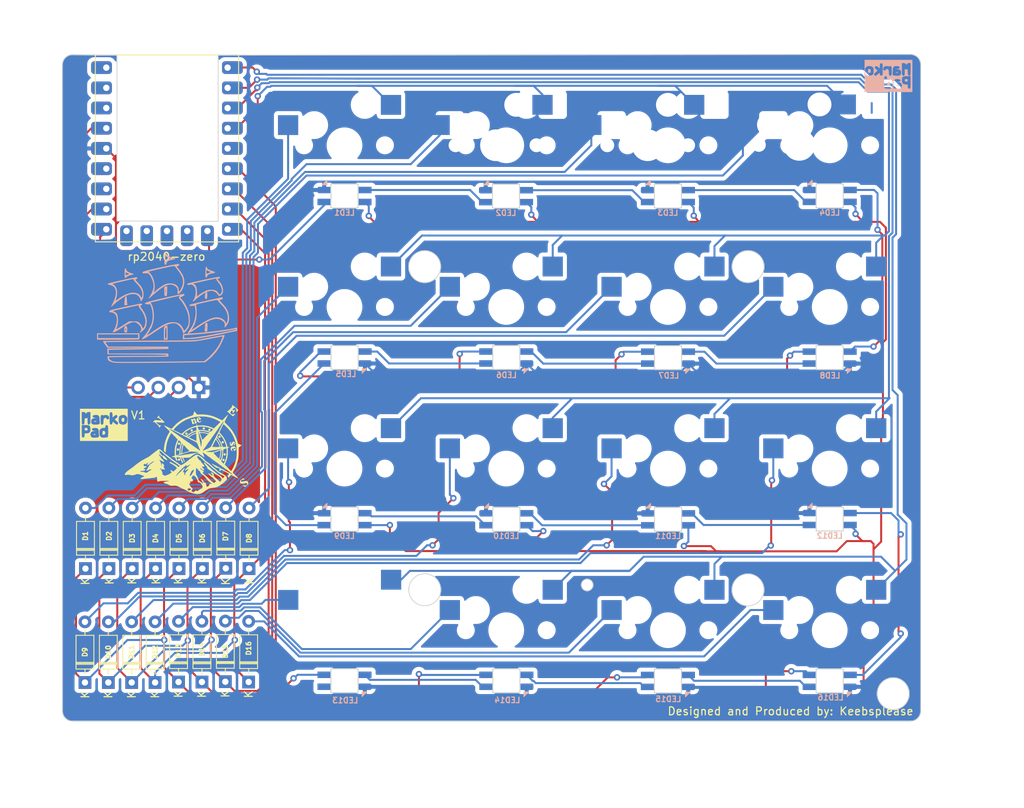
<source format=kicad_pcb>
(kicad_pcb (version 20221018) (generator pcbnew)
  (layers (0 "F.Cu" signal) (31 "B.Cu" signal) (34 "B.Paste" user) (35 "F.Paste" user) (36 "B.SilkS" user "B.Silkscreen") (37 "F.SilkS" user "F.Silkscreen") (38 "B.Mask" user) (39 "F.Mask" user) (44 "Edge.Cuts" user))
  (net 0 "")
  (net 1 "/ROW1")
  (net 2 "Net-(D3-A)")
  (net 3 "/ROW2")
  (net 4 "Net-(D4-A)")
  (net 5 "/ROW3")
  (net 6 "Net-(D5-A)")
  (net 7 "Net-(D6-A)")
  (net 8 "Net-(D8-A)")
  (net 9 "Net-(D9-A)")
  (net 10 "Net-(D10-A)")
  (net 11 "Net-(D11-A)")
  (net 12 "Net-(D12-A)")
  (net 13 "Net-(D13-A)")
  (net 14 "Net-(D14-A)")
  (net 15 "Net-(D15-A)")
  (net 16 "Net-(D16-A)")
  (net 17 "Net-(D1-A)")
  (net 18 "Net-(D2-A)")
  (net 19 "Net-(D7-A)")
  (net 20 "/SCL_OLED")
  (net 21 "GND")
  (net 22 "Net-(LED1-DOUT)")
  (net 23 "Net-(LED2-DOUT)")
  (net 24 "Net-(LED3-DOUT)")
  (net 25 "Net-(LED4-DOUT)")
  (net 26 "Net-(LED5-DOUT)")
  (net 27 "Net-(LED5-DIN)")
  (net 28 "Net-(LED6-DIN)")
  (net 29 "Net-(LED7-DIN)")
  (net 30 "Net-(LED10-DIN)")
  (net 31 "/COL1")
  (net 32 "/COL2")
  (net 33 "/COL3")
  (net 34 "/COL4")
  (net 35 "VCC")
  (net 36 "Net-(LED10-DOUT)")
  (net 37 "/KEY_LEDS")
  (net 38 "Net-(LED11-DOUT)")
  (net 39 "Net-(LED12-DOUT)")
  (net 41 "Net-(LED13-DIN)")
  (net 42 "Net-(LED14-DIN)")
  (net 43 "Net-(LED15-DIN)")
  (net 45 "unconnected-(U1-10-Pad11)")
  (net 51 "/SDA_OLED")
  (net 52 "/ROW4")
  (footprint "Diode_THT:D_DO-35_SOD27_P7.62mm_Horizontal" (layer "F.Cu") (at 63.912456 153.890711 90)
    (fp_text reference "D9")
    (fp_text value "1N4148" hide)
  )
  (footprint "MX_Only:MXOnly-1U-Hotswap" (layer "F.Cu") (at 96.533814 146.050425)
    (fp_text reference "SW13")
    (fp_text value "MX_SW_solder")
  )
  (footprint "Diode_THT:D_DO-35_SOD27_P7.62mm_Horizontal" (layer "F.Cu") (at 84.480087 153.826919 90)
    (fp_text reference "D16")
    (fp_text value "1N4148" hide)
  )
  (footprint "Diode_THT:D_DO-35_SOD27_P7.62mm_Horizontal" (layer "F.Cu") (at 75.670435 153.826919 90)
    (fp_text reference "D13")
    (fp_text value "1N4148" hide)
  )
  (footprint "Diode_THT:D_DO-35_SOD27_P7.62mm_Horizontal" (layer "F.Cu") (at 75.723348 139.573 90)
    (fp_text reference "D5")
    (fp_text value "1N4148" hide)
  )
  (footprint "Diode_THT:D_DO-35_SOD27_P7.62mm_Horizontal" (layer "F.Cu") (at 81.548988 153.794803 90)
    (fp_text reference "D15")
    (fp_text value "1N4148" hide)
  )
  (footprint "Diode_THT:D_DO-35_SOD27_P7.62mm_Horizontal" (layer "F.Cu") (at 69.850248 139.573 90)
    (fp_text reference "D3")
    (fp_text value "1N4148" hide)
  )
  (footprint "MX_Only:MXOnly-1U-Hotswap" (layer "F.Cu") (at 157.48 106.68)
    (fp_text reference "SW8")
    (fp_text value "MX_SW_solder")
  )
  (footprint "display:OLED-128x32-cutout" (layer "F.Cu") (at 68.407982 118.40757 90)
    (fp_text reference "J1" hide)
    (fp_text value "OLED-128x32")
  )
  (footprint "MX_Only:MXOnly-1U-Hotswap" (layer "F.Cu") (at 157.48 127)
    (fp_text reference "SW12")
    (fp_text value "MX_SW_solder")
  )
  (footprint "MX_Only:MXOnly-1U-Hotswap" (layer "F.Cu") (at 137.16 127)
    (fp_text reference "SW11")
    (fp_text value "MX_SW_solder")
  )
  (footprint "MX_Only:MXOnly-1U-Hotswap" (layer "F.Cu") (at 134.612899 86.35163)
    (fp_text reference "SW3")
    (fp_text value "MX_SW_solder")
  )
  (footprint "MX_Only:MXOnly-1U-Hotswap" (layer "F.Cu") (at 137.16 147.32)
    (fp_text reference "SW15")
    (fp_text value "MX_SW_solder")
  )
  (footprint "Diode_THT:D_DO-35_SOD27_P7.62mm_Horizontal" (layer "F.Cu") (at 69.785556 153.890711 90)
    (fp_text reference "D11")
    (fp_text value "1N4148" hide)
  )
  (footprint "LOGO" (layer "F.Cu") (at 66.286627 121.479758)
    (fp_text reference "G***" hide)
    (fp_text value "LOGO" hide)
  )
  (footprint "MX_Only:MXOnly-1U-Hotswap" (layer "F.Cu") (at 96.52 106.68)
    (fp_text reference "SW5")
    (fp_text value "MX_SW_solder")
  )
  (footprint "MX_Only:MXOnly-1U-Hotswap" (layer "F.Cu") (at 137.16 106.68)
    (fp_text reference "SW7")
    (fp_text value "MX_SW_solder")
  )
  (footprint "MX_Only:MXOnly-1U-Hotswap" (layer "F.Cu") (at 153.657529 86.305393)
    (fp_text reference "SW4")
    (fp_text value "MX_SW_solder")
  )
  (footprint "RP2040-Zero-Kicad-main:RP2040-Zero" (layer "F.Cu") (at 64.056029 99.454177)
    (fp_text reference "U1")
    (fp_text value "rp2040-zero")
  )
  (footprint "Diode_THT:D_DO-35_SOD27_P7.62mm_Horizontal" (layer "F.Cu") (at 66.913698 139.573 90)
    (fp_text reference "D2")
    (fp_text value "1N4148" hide)
  )
  (footprint "Diode_THT:D_DO-35_SOD27_P7.62mm_Horizontal" (layer "F.Cu") (at 78.659898 139.573 90)
    (fp_text reference "D6")
    (fp_text value "1N4148" hide)
  )
  (footprint "Diode_THT:D_DO-35_SOD27_P7.62mm_Horizontal" (layer "F.Cu") (at 66.849006 153.890711 90)
    (fp_text reference "D10")
    (fp_text value "1N4148" hide)
  )
  (footprint "MX_Only:MXOnly-1U-Hotswap" (layer "F.Cu") (at 116.84 147.32)
    (fp_text reference "SW14")
    (fp_text value "MX_SW_solder")
  )
  (footprint "MX_Only:MXOnly-1U-Hotswap" (layer "F.Cu") (at 115.555154 86.35163)
    (fp_text reference "SW2")
    (fp_text value "MX_SW_solder")
  )
  (footprint "Diode_THT:D_DO-35_SOD27_P7.62mm_Horizontal" (layer "F.Cu") (at 78.606985 153.826919 90)
    (fp_text reference "D14")
    (fp_text value "1N4148" hide)
  )
  (footprint "Diode_THT:D_DO-35_SOD27_P7.62mm_Horizontal" (layer "F.Cu") (at 63.977148 139.573 90)
    (fp_text reference "D1")
    (fp_text value "1N4148" hide)
  )
  (footprint "Diode_THT:D_DO-35_SOD27_P7.62mm_Horizontal" (layer "F.Cu") (at 72.786798 139.573 90)
    (fp_text reference "D4")
    (fp_text value "1N4148" hide)
  )
  (footprint "Diode_THT:D_DO-35_SOD27_P7.62mm_Horizontal" (layer "F.Cu") (at 81.601901 139.540884 90)
    (fp_text reference "D7")
    (fp_text value "1N4148" hide)
  )
  (footprint "LOGO" (layer "F.Cu") (at 77.064986 124.914798)
    (fp_text reference "G***" hide)
    (fp_text value "LOGO" hide)
  )
  (footprint "Diode_THT:D_DO-35_SOD27_P7.62mm_Horizontal" (layer "F.Cu") (at 72.725064 153.8902 90)
    (fp_text reference "D12")
    (fp_text value "1N4148" hide)
  )
  (footprint "Diode_THT:D_DO-35_SOD27_P7.62mm_Horizontal" (layer "F.Cu") (at 84.533 139.573 90)
    (fp_text reference "D8")
    (fp_text value "1N4148" hide)
  )
  (footprint "MX_Only:MXOnly-1U-Hotswap" (layer "F.Cu") (at 96.52 127)
    (fp_text reference "SW9")
    (fp_text value "MX_SW_solder")
  )
  (footprint "MX_Only:MXOnly-1U-Hotswap" (layer "F.Cu") (at 116.84 106.68)
    (fp_text reference "SW6")
    (fp_text value "MX_SW_solder")
  )
  (footprint "MX_Only:MXOnly-1U-Hotswap" (layer "F.Cu") (at 157.48 147.32)
    (fp_text reference "SW16")
    (fp_text value "MX_SW_solder")
  )
  (footprint "MX_Only:MXOnly-1U-Hotswap" (layer "F.Cu") (at 96.52 86.36)
    (fp_text reference "SW1")
    (fp_text value "MX_SW_solder")
  )
  (footprint "MX_Only:MXOnly-1U-Hotswap" (layer "F.Cu") (at 116.84 127)
    (fp_text reference "SW10")
    (fp_text value "MX_SW_solder")
  )
  (footprint "Keebio-Parts.pretty-master:SK6812-MINI-E" (layer "B.Cu") (at 96.522745 92.730807 180)
    (fp_text reference "LED1")
    (fp_text value "SK6812MINI" hide)
    (fp_line (start -1.7 -1.5) (end -1.7 1.5) (stroke (width 0.12)) (layer "Edge.Cuts"))
    (fp_line (start -1.7 1.5) (end 1.7 1.5) (stroke (width 0.12)) (layer "Edge.Cuts"))
    (fp_line (start 1.7 -1.5) (end -1.7 -1.5) (stroke (width 0.12)) (layer "Edge.Cuts"))
    (fp_line (start 1.7 1.5) (end 1.7 -1.5) (stroke (width 0.12)) (layer "Edge.Cuts"))
  )
  (footprint "Keebio-Parts.pretty-master:SK6812-MINI-E" (layer "B.Cu") (at 116.848292 113.037382)
    (fp_text reference "LED6")
    (fp_text value "SK6812MINI" hide)
    (fp_line (start -1.7 -1.5) (end -1.7 1.5) (stroke (width 0.12)) (layer "Edge.Cuts"))
    (fp_line (start -1.7 1.5) (end 1.7 1.5) (stroke (width 0.12)) (layer "Edge.Cuts"))
    (fp_line (start 1.7 -1.5) (end -1.7 -1.5) (stroke (width 0.12)) (layer "Edge.Cuts"))
    (fp_line (start 1.7 1.5) (end 1.7 -1.5) (stroke (width 0.12)) (layer "Edge.Cuts"))
  )
  (footprint "Keebio-Parts.pretty-master:SK6812-MINI-E" (layer "B.Cu") (at 157.481742 133.342349 180)
    (fp_text reference "LED12")
    (fp_text value "SK6812MINI" hide)
    (fp_line (start -1.7 -1.5) (end -1.7 1.5) (stroke (width 0.12)) (layer "Edge.Cuts"))
    (fp_line (start -1.7 1.5) (end 1.7 1.5) (stroke (width 0.12)) (layer "Edge.Cuts"))
    (fp_line (start 1.7 -1.5) (end -1.7 -1.5) (stroke (width 0.12)) (layer "Edge.Cuts"))
    (fp_line (start 1.7 1.5) (end 1.7 -1.5) (stroke (width 0.12)) (layer "Edge.Cuts"))
  )
  (footprint "Keebio-Parts.pretty-master:SK6812-MINI-E" (layer "B.Cu") (at 157.480844 153.686667)
    (fp_text reference "LED16")
    (fp_text value "SK6812MINI" hide)
    (fp_line (start -1.7 -1.5) (end -1.7 1.5) (stroke (width 0.12)) (layer "Edge.Cuts"))
    (fp_line (start -1.7 1.5) (end 1.7 1.5) (stroke (width 0.12)) (layer "Edge.Cuts"))
    (fp_line (start 1.7 -1.5) (end -1.7 -1.5) (stroke (width 0.12)) (layer "Edge.Cuts"))
    (fp_line (start 1.7 1.5) (end 1.7 -1.5) (stroke (width 0.12)) (layer "Edge.Cuts"))
  )
  (footprint "Keebio-Parts.pretty-master:SK6812-MINI-E" (layer "B.Cu") (at 137.154585 153.695343)
    (fp_text reference "LED15")
    (fp_text value "SK6812MINI" hide)
    (fp_line (start -1.7 -1.5) (end -1.7 1.5) (stroke (width 0.12)) (layer "Edge.Cuts"))
    (fp_line (start -1.7 1.5) (end 1.7 1.5) (stroke (width 0.12)) (layer "Edge.Cuts"))
    (fp_line (start 1.7 -1.5) (end -1.7 -1.5) (stroke (width 0.12)) (layer "Edge.Cuts"))
    (fp_line (start 1.7 1.5) (end 1.7 -1.5) (stroke (width 0.12)) (layer "Edge.Cuts"))
  )
  (footprint "Keebio-Parts.pretty-master:SK6812-MINI-E" (layer "B.Cu") (at 116.85082 133.36868 180)
    (fp_text reference "LED10")
    (fp_text value "SK6812MINI" hide)
    (fp_line (start -1.7 -1.5) (end -1.7 1.5) (stroke (width 0.12)) (layer "Edge.Cuts"))
    (fp_line (start -1.7 1.5) (end 1.7 1.5) (stroke (width 0.12)) (layer "Edge.Cuts"))
    (fp_line (start 1.7 -1.5) (end -1.7 -1.5) (stroke (width 0.12)) (layer "Edge.Cuts"))
    (fp_line (start 1.7 1.5) (end 1.7 -1.5) (stroke (width 0.12)) (layer "Edge.Cuts"))
  )
  (footprint "Keebio-Parts.pretty-master:SK6812-MINI-E" (layer "B.Cu") (at 116.858197 153.679803)
    (fp_text reference "LED14")
    (fp_text value "SK6812MINI" hide)
    (fp_line (start -1.7 -1.5) (end -1.7 1.5) (stroke (width 0.12)) (layer "Edge.Cuts"))
    (fp_line (start -1.7 1.5) (end 1.7 1.5) (stroke (width 0.12)) (layer "Edge.Cuts"))
    (fp_line (start 1.7 -1.5) (end -1.7 -1.5) (stroke (width 0.12)) (layer "Edge.Cuts"))
    (fp_line (start 1.7 1.5) (end 1.7 -1.5) (stroke (width 0.12)) (layer "Edge.Cuts"))
  )
  (footprint "Keebio-Parts.pretty-master:SK6812-MINI-E" (layer "B.Cu") (at 116.813675 92.754315 180)
    (fp_text reference "LED2")
    (fp_text value "SK6812MINI" hide)
    (fp_line (start -1.7 -1.5) (end -1.7 1.5) (stroke (width 0.12)) (layer "Edge.Cuts"))
    (fp_line (start -1.7 1.5) (end 1.7 1.5) (stroke (width 0.12)) (layer "Edge.Cuts"))
    (fp_line (start 1.7 -1.5) (end -1.7 -1.5) (stroke (width 0.12)) (layer "Edge.Cuts"))
    (fp_line (start 1.7 1.5) (end 1.7 -1.5) (stroke (width 0.12)) (layer "Edge.Cuts"))
  )
  (footprint "LOGO" (layer "B.Cu") (at 74.561461 106.653116 180)
    (fp_text reference "G***" hide)
    (fp_text value "LOGO" hide)
  )
  (footprint "Keebio-Parts.pretty-master:SK6812-MINI-E" (layer "B.Cu") (at 137.174454 133.380388 180)
    (fp_text reference "LED11")
    (fp_text value "SK6812MINI" hide)
    (fp_line (start -1.7 -1.5) (end -1.7 1.5) (stroke (width 0.12)) (layer "Edge.Cuts"))
    (fp_line (start -1.7 1.5) (end 1.7 1.5) (stroke (width 0.12)) (layer "Edge.Cuts"))
    (fp_line (start 1.7 -1.5) (end -1.7 -1.5) (stroke (width 0.12)) (layer "Edge.Cuts"))
    (fp_line (start 1.7 1.5) (end 1.7 -1.5) (stroke (width 0.12)) (layer "Edge.Cuts"))
  )
  (footprint "Keebio-Parts.pretty-master:SK6812-MINI-E" (layer "B.Cu") (at 96.532527 113.038793)
    (fp_text reference "LED5")
    (fp_text value "SK6812MINI" hide)
    (fp_line (start -1.7 -1.5) (end -1.7 1.5) (stroke (width 0.12)) (layer "Edge.Cuts"))
    (fp_line (start -1.7 1.5) (end 1.7 1.5) (stroke (width 0.12)) (layer "Edge.Cuts"))
    (fp_line (start 1.7 -1.5) (end -1.7 -1.5) (stroke (width 0.12)) (layer "Edge.Cuts"))
    (fp_line (start 1.7 1.5) (end 1.7 -1.5) (stroke (width 0.12)) (layer "Edge.Cuts"))
  )
  (footprint "Keebio-Parts.pretty-master:SK6812-MINI-E" (layer "B.Cu") (at 96.524572 153.674959)
    (fp_text reference "LED13")
    (fp_text value "SK6812MINI" hide)
    (fp_line (start -1.7 -1.5) (end -1.7 1.5) (stroke (width 0.12)) (layer "Edge.Cuts"))
    (fp_line (start -1.7 1.5) (end 1.7 1.5) (stroke (width 0.12)) (layer "Edge.Cuts"))
    (fp_line (start 1.7 -1.5) (end -1.7 -1.5) (stroke (width 0.12)) (layer "Edge.Cuts"))
    (fp_line (start 1.7 1.5) (end 1.7 -1.5) (stroke (width 0.12)) (layer "Edge.Cuts"))
  )
  (footprint "Keebio-Parts.pretty-master:SK6812-MINI-E" (layer "B.Cu") (at 96.52194 133.359801 180)
    (fp_text reference "LED9")
    (fp_text value "SK6812MINI" hide)
    (fp_line (start -1.7 -1.5) (end -1.7 1.5) (stroke (width 0.12)) (layer "Edge.Cuts"))
    (fp_line (start -1.7 1.5) (end 1.7 1.5) (stroke (width 0.12)) (layer "Edge.Cuts"))
    (fp_line (start 1.7 -1.5) (end -1.7 -1.5) (stroke (width 0.12)) (layer "Edge.Cuts"))
    (fp_line (start 1.7 1.5) (end 1.7 -1.5) (stroke (width 0.12)) (layer "Edge.Cuts"))
  )
  (footprint "Keebio-Parts.pretty-master:SK6812-MINI-E" (layer "B.Cu") (at 157.474562 113.049105)
    (fp_text reference "LED8")
    (fp_text value "SK6812MINI" hide)
    (fp_line (start -1.7 -1.5) (end -1.7 1.5) (stroke (width 0.12)) (layer "Edge.Cuts"))
    (fp_line (start -1.7 1.5) (end 1.7 1.5) (stroke (width 0.12)) (layer "Edge.Cuts"))
    (fp_line (start 1.7 -1.5) (end -1.7 -1.5) (stroke (width 0.12)) (layer "Edge.Cuts"))
    (fp_line (start 1.7 1.5) (end 1.7 -1.5) (stroke (width 0.12)) (layer "Edge.Cuts"))
  )
  (footprint "Keebio-Parts.pretty-master:SK6812-MINI-E" (layer "B.Cu") (at 157.482742 92.721924 180)
    (fp_text reference "LED4")
    (fp_text value "SK6812MINI" hide)
    (fp_line (start -1.7 -1.5) (end -1.7 1.5) (stroke (width 0.12)) (layer "Edge.Cuts"))
    (fp_line (start -1.7 1.5) (end 1.7 1.5) (stroke (width 0.12)) (layer "Edge.Cuts"))
    (fp_line (start 1.7 -1.5) (end -1.7 -1.5) (stroke (width 0.12)) (layer "Edge.Cuts"))
    (fp_line (start 1.7 1.5) (end 1.7 -1.5) (stroke (width 0.12)) (layer "Edge.Cuts"))
  )
  (footprint "Keebio-Parts.pretty-master:SK6812-MINI-E" (layer "B.Cu") (at 137.167592 113.05514)
    (fp_text reference "LED7")
    (fp_text value "SK6812MINI" hide)
    (fp_line (start -1.7 -1.5) (end -1.7 1.5) (stroke (width 0.12)) (layer "Edge.Cuts"))
    (fp_line (start -1.7 1.5) (end 1.7 1.5) (stroke (width 0.12)) (layer "Edge.Cuts"))
    (fp_line (start 1.7 -1.5) (end -1.7 -1.5) (stroke (width 0.12)) (layer "Edge.Cuts"))
    (fp_line (start 1.7 1.5) (end 1.7 -1.5) (stroke (width 0.12)) (layer "Edge.Cuts"))
  )
  (footprint "Keebio-Parts.pretty-master:SK6812-MINI-E" (layer "B.Cu") (at 137.153059 92.740493 180)
    (fp_text reference "LED3")
    (fp_text value "SK6812MINI" hide)
    (fp_line (start -1.7 -1.5) (end -1.7 1.5) (stroke (width 0.12)) (layer "Edge.Cuts"))
    (fp_line (start -1.7 1.5) (end 1.7 1.5) (stroke (width 0.12)) (layer "Edge.Cuts"))
    (fp_line (start 1.7 -1.5) (end -1.7 -1.5) (stroke (width 0.12)) (layer "Edge.Cuts"))
    (fp_line (start 1.7 1.5) (end 1.7 -1.5) (stroke (width 0.12)) (layer "Edge.Cuts"))
  )
  (footprint "LOGO" (layer "B.Cu") (at 164.864627 77.619076 180)
    (fp_text reference "G***" hide)
    (fp_text value "LOGO" hide)
  )
  (gr_circle (center 106.594131 101.615795) (end 108.605688 101.59469) (stroke (width 0.1)) (fill none) (layer "Edge.Cuts"))
  (gr_circle (center 147.223789 101.611329) (end 149.235346 101.590224) (stroke (width 0.1)) (fill none) (layer "Edge.Cuts"))
  (gr_line (start 61.080258 76.238356) (end 61.087 157.48) (stroke (width 0.1)) (layer "Edge.Cuts"))
  (gr_line (start 80.653892 75.019398) (end 167.64 74.93) (stroke (width 0.1)) (layer "Edge.Cuts"))
  (gr_circle (center 147.211531 142.248123) (end 149.223088 142.227018) (stroke (width 0.1)) (fill none) (layer "Edge.Cuts"))
  (gr_line (start 80.656827 95.915566) (end 80.653892 75.019398) (stroke (width 0.1)) (layer "Edge.Cuts"))
  (gr_arc (start 61.080258 76.238356) (mid 61.452232 75.34033) (end 62.350258 74.968356) (stroke (width 0.1)) (layer "Edge.Cuts"))
  (gr_circle (center 106.606139 142.231444) (end 108.617696 142.210339) (stroke (width 0.1)) (fill none) (layer "Edge.Cuts"))
  (gr_circle (center 127.009472 141.632662) (end 127.748143 141.590452) (stroke (width 0.1)) (fill none) (layer "Edge.Cuts"))
  (gr_circle (center 165.458938 155.298171) (end 167.470495 155.277066) (stroke (width 0.1)) (fill none) (layer "Edge.Cuts"))
  (gr_line (start 67.934243 95.87844) (end 80.656827 95.915566) (stroke (width 0.1)) (layer "Edge.Cuts"))
  (gr_line (start 67.937358 75.02025) (end 67.934243 95.87844) (stroke (width 0.1)) (layer "Edge.Cuts"))
  (gr_arc (start 168.91 157.48) (mid 168.538026 158.378026) (end 167.64 158.75) (stroke (width 0.1)) (layer "Edge.Cuts"))
  (gr_line (start 167.64 158.75) (end 62.357 158.75) (stroke (width 0.1)) (layer "Edge.Cuts"))
  (gr_arc (start 62.357 158.75) (mid 61.458974 158.378026) (end 61.087 157.48) (stroke (width 0.1)) (layer "Edge.Cuts"))
  (gr_line (start 62.350258 74.968356) (end 67.937358 75.02025) (stroke (width 0.1)) (layer "Edge.Cuts"))
  (gr_line (start 168.91 76.2) (end 168.91 157.48) (stroke (width 0.1)) (layer "Edge.Cuts"))
  (gr_arc (start 167.64 74.93) (mid 168.538026 75.301974) (end 168.91 76.2) (stroke (width 0.1)) (layer "Edge.Cuts"))
  (gr_text "Designed and Produced by: Keebsplease" (at 152.557926 157.501851) (layer "F.SilkS") (effects (font (size 1 1))))
  (gr_text "V1" (at 70.610846 120.300425) (layer "F.SilkS") (effects (font (size 1 1))))
  (segment (start 73.850064 148.521101) (end 73.877395 148.548432) (width 0.25) (layer "F.Cu") (net 1))
  (segment (start 83.106084 89.256261) (end 87.888478 94.038655) (width 0.25) (layer "F.Cu") (net 1))
  (segment (start 63.977148 139.573) (end 62.787456 140.762692) (width 0.25) (layer "F.Cu") (net 1))
  (segment (start 73.850064 148.575763) (end 73.850064 152.006548) (width 0.25) (layer "F.Cu") (net 1))
  (segment (start 87.888478 153.983032) (end 86.019823 155.851687) (width 0.25) (layer "F.Cu") (net 1))
  (segment (start 81.983495 89.256261) (end 83.106084 89.256261) (width 0.25) (layer "F.Cu") (net 1))
  (segment (start 73.850064 152.006548) (end 75.670435 153.826919) (width 0.25) (layer "F.Cu") (net 1))
  (segment (start 87.888478 94.038655) (end 87.888478 153.983032) (width 0.25) (layer "F.Cu") (net 1))
  (segment (start 73.850064 141.446284) (end 73.850064 148.521101) (width 0.25) (layer "F.Cu") (net 1))
  (segment (start 73.877395 148.548432) (end 73.850064 148.575763) (width 0.25) (layer "F.Cu") (net 1))
  (segment (start 62.787456 152.765711) (end 63.912456 153.890711) (width 0.25) (layer "F.Cu") (net 1))
  (segment (start 86.019823 155.851687) (end 77.695203 155.851687) (width 0.25) (layer "F.Cu") (net 1))
  (segment (start 77.695203 155.851687) (end 75.670435 153.826919) (width 0.25) (layer "F.Cu") (net 1))
  (segment (start 62.787456 140.762692) (end 62.787456 152.765711) (width 0.25) (layer "F.Cu") (net 1))
  (segment (start 75.723348 139.573) (end 73.850064 141.446284) (width 0.25) (layer "F.Cu") (net 1))
  (via (at 73.877395 148.548432) (size 0.8) (drill 0.4) (layers "F.Cu" "B.Cu") (net 1))
  (segment (start 73.877395 148.548432) (end 69.254735 148.548432) (width 0.25) (layer "B.Cu") (net 1))
  (segment (start 69.254735 148.548432) (end 63.912456 153.890711) (width 0.25) (layer "B.Cu") (net 1))
  (segment (start 79.384299 129.319411) (end 81.65779 129.319411) (width 0.25) (layer "B.Cu") (net 2))
  (segment (start 69.850248 131.953) (end 70.959722 130.843526) (width 0.25) (layer "B.Cu") (net 2))
  (segment (start 84.638978 100.235327) (end 85.197407 99.676898) (width 0.25) (layer "B.Cu") (net 2))
  (segment (start 73.220807 129.928) (end 78.77571 129.928) (width 0.25) (layer "B.Cu") (net 2))
  (segment (start 81.65779 129.319411) (end 84.638978 126.338223) (width 0.25) (layer "B.Cu") (net 2))
  (segment (start 78.77571 129.928) (end 79.384299 129.319411) (width 0.25) (layer "B.Cu") (net 2))
  (segment (start 127.527899 86.367101) (end 127.527899 83.81163) (width 0.25) (layer "B.Cu") (net 2))
  (segment (start 72.305281 130.843526) (end 73.220807 129.928) (width 0.25) (layer "B.Cu") (net 2))
  (segment (start 124.183618 89.711382) (end 127.527899 86.367101) (width 0.25) (layer "B.Cu") (net 2))
  (segment (start 91.561488 89.711382) (end 124.183618 89.711382) (width 0.25) (layer "B.Cu") (net 2))
  (segment (start 70.959722 130.843526) (end 72.305281 130.843526) (width 0.25) (layer "B.Cu") (net 2))
  (segment (start 85.197407 96.075463) (end 91.561488 89.711382) (width 0.25) (layer "B.Cu") (net 2))
  (segment (start 84.638978 126.338223) (end 84.638978 100.235327) (width 0.25) (layer "B.Cu") (net 2))
  (segment (start 85.197407 99.676898) (end 85.197407 96.075463) (width 0.25) (layer "B.Cu") (net 2))
  (segment (start 65.724006 140.762692) (end 65.724006 152.765711) (width 0.25) (layer "F.Cu") (net 3))
  (segment (start 85.791715 155.401687) (end 80.181753 155.401687) (width 0.25) (layer "F.Cu") (net 3))
  (segment (start 76.83973 148.614753) (end 76.795435 148.659048) (width 0.25) (layer "F.Cu") (net 3))
  (segment (start 78.659898 139.573) (end 76.795435 141.437463) (width 0.25) (layer "F.Cu") (net 3))
  (segment (start 87.438478 153.754924) (end 85.791715 155.401687) (width 0.25) (layer "F.Cu") (net 3))
  (segment (start 81.983495 91.796261) (end 82.584395 91.796261) (width 0.25) (layer "F.Cu") (net 3))
  (segment (start 66.913698 139.573) (end 65.724006 140.762692) (width 0.25) (layer "F.Cu") (net 3))
  (segment (start 80.181753 155.401687) (end 78.606985 153.826919) (width 0.25) (layer "F.Cu") (net 3))
  (segment (start 87.438478 96.650344) (end 87.438478 153.754924) (width 0.25) (layer "F.Cu") (net 3))
  (segment (start 76.795435 152.015369) (end 78.606985 153.826919) (width 0.25) (layer "F.Cu") (net 3))
  (segment (start 82.584395 91.796261) (end 87.438478 96.650344) (width 0.25) (layer "F.Cu") (net 3))
  (segment (start 76.795435 148.659048) (end 76.795435 152.015369) (width 0.25) (layer "F.Cu") (net 3))
  (segment (start 65.724006 152.765711) (end 66.849006 153.890711) (width 0.25) (layer "F.Cu") (net 3))
  (segment (start 76.795435 141.437463) (end 76.795435 148.570458) (width 0.25) (layer "F.Cu") (net 3))
  (segment (start 76.795435 148.570458) (end 76.83973 148.614753) (width 0.25) (layer "F.Cu") (net 3))
  (via (at 76.83973 148.614753) (size 0.8) (drill 0.4) (layers "F.Cu" "B.Cu") (net 3))
  (segment (start 71.466285 149.273432) (end 66.849006 153.890711) (width 0.25) (layer "B.Cu") (net 3))
  (segment (start 76.181051 149.273432) (end 71.466285 149.273432) (width 0.25) (layer "B.Cu") (net 3))
  (segment (start 76.83973 148.614753) (end 76.181051 149.273432) (width 0.25) (layer "B.Cu") (net 3))
  (segment (start 74.361798 130.378) (end 78.962106 130.378) (width 0.25) (layer "B.Cu") (net 4))
  (segment (start 144.053618 90.161382) (end 146.572529 87.642471) (width 0.25) (layer "B.Cu") (net 4))
  (segment (start 81.844186 129.769411) (end 85.088978 126.524619) (width 0.25) (layer "B.Cu") (net 4))
  (segment (start 85.647407 99.863294) (end 85.647407 96.261859) (width 0.25) (layer "B.Cu") (net 4))
  (segment (start 85.088978 126.524619) (end 85.088978 100.421723) (width 0.25) (layer "B.Cu") (net 4))
  (segment (start 78.962106 130.378) (end 79.570695 129.769411) (width 0.25) (layer "B.Cu") (net 4))
  (segment (start 79.570695 129.769411) (end 81.844186 129.769411) (width 0.25) (layer "B.Cu") (net 4))
  (segment (start 85.647407 96.261859) (end 91.747884 90.161382) (width 0.25) (layer "B.Cu") (net 4))
  (segment (start 91.747884 90.161382) (end 144.053618 90.161382) (width 0.25) (layer "B.Cu") (net 4))
  (segment (start 72.786798 131.953) (end 74.361798 130.378) (width 0.25) (layer "B.Cu") (net 4))
  (segment (start 146.572529 87.642471) (end 146.572529 83.765393) (width 0.25) (layer "B.Cu") (net 4))
  (segment (start 85.088978 100.421723) (end 85.647407 99.863294) (width 0.25) (layer "B.Cu") (net 4))
  (segment (start 67.974006 152.079161) (end 69.785556 153.890711) (width 0.25) (layer "F.Cu") (net 5))
  (segment (start 85.605319 154.951687) (end 82.705872 154.951687) (width 0.25) (layer "F.Cu") (net 5))
  (segment (start 81.601901 139.540884) (end 79.731985 141.4108) (width 0.25) (layer "F.Cu") (net 5))
  (segment (start 67.974006 141.449242) (end 67.974006 152.079161) (width 0.25) (layer "F.Cu") (net 5))
  (segment (start 82.705872 154.951687) (end 81.548988 153.794803) (width 0.25) (layer "F.Cu") (net 5))
  (segment (start 79.731985 141.4108) (end 79.731985 148.434138) (width 0.25) (layer "F.Cu") (net 5))
  (segment (start 79.731985 148.618512) (end 79.731985 151.9778) (width 0.25) (layer "F.Cu") (net 5))
  (segment (start 79.824172 148.526325) (end 79.731985 148.618512) (width 0.25) (layer "F.Cu") (net 5))
  (segment (start 79.731985 151.9778) (end 81.548988 153.794803) (width 0.25) (layer "F.Cu") (net 5))
  (segment (start 82.750478 94.336261) (end 86.988478 98.574261) (width 0.25) (layer "F.Cu") (net 5))
  (segment (start 86.988478 153.568528) (end 85.605319 154.951687) (width 0.25) (layer "F.Cu") (net 5))
  (segment (start 69.850248 139.573) (end 67.974006 141.449242) (width 0.25) (layer "F.Cu") (net 5))
  (segment (start 79.731985 148.434138) (end 79.824172 148.526325) (width 0.25) (layer "F.Cu") (net 5))
  (segment (start 86.988478 98.574261) (end 86.988478 153.568528) (width 0.25) (layer "F.Cu") (net 5))
  (segment (start 81.983495 94.336261) (end 82.750478 94.336261) (width 0.25) (layer "F.Cu") (net 5))
  (via (at 79.824172 148.526325) (size 0.8) (drill 0.4) (layers "F.Cu" "B.Cu") (net 5))
  (segment (start 79.824172 148.526325) (end 78.627065 149.723432) (width 0.25) (layer "B.Cu") (net 5))
  (segment (start 78.627065 149.723432) (end 73.952835 149.723432) (width 0.25) (layer "B.Cu") (net 5))
  (segment (start 73.952835 149.723432) (end 69.785556 153.890711) (width 0.25) (layer "B.Cu") (net 5))
  (segment (start 75.723348 131.953) (end 76.848348 130.828) (width 0.25) (layer "B.Cu") (net 6))
  (segment (start 85.538978 126.711015) (end 85.538978 108.036022) (width 0.25) (layer "B.Cu") (net 6))
  (segment (start 79.757091 130.219411) (end 82.030582 130.219411) (width 0.25) (layer "B.Cu") (net 6))
  (segment (start 79.148502 130.828) (end 79.757091 130.219411) (width 0.25) (layer "B.Cu") (net 6))
  (segment (start 85.538978 108.036022) (end 89.435 104.14) (width 0.25) (layer "B.Cu") (net 6))
  (segment (start 76.848348 130.828) (end 79.148502 130.828) (width 0.25) (layer "B.Cu") (net 6))
  (segment (start 82.030582 130.219411) (end 85.538978 126.711015) (width 0.25) (layer "B.Cu") (net 6))
  (segment (start 79.943487 130.669411) (end 82.216978 130.669411) (width 0.25) (layer "B.Cu") (net 7))
  (segment (start 104.8461 109.0489) (end 109.755 104.14) (width 0.25) (layer "B.Cu") (net 7))
  (segment (start 78.659898 131.953) (end 79.943487 130.669411) (width 0.25) (layer "B.Cu") (net 7))
  (segment (start 86.154191 119.945126) (end 85.988978 119.779913) (width 0.25) (layer "B.Cu") (net 7))
  (segment (start 90.240314 109.0489) (end 104.8461 109.0489) (width 0.25) (layer "B.Cu") (net 7))
  (segment (start 86.154191 126.732198) (end 86.154191 119.945126) (width 0.25) (layer "B.Cu") (net 7))
  (segment (start 85.988978 119.779913) (end 85.988978 113.300236) (width 0.25) (layer "B.Cu") (net 7))
  (segment (start 85.988978 113.300236) (end 90.240314 109.0489) (width 0.25) (layer "B.Cu") (net 7))
  (segment (start 82.216978 130.669411) (end 86.154191 126.732198) (width 0.25) (layer "B.Cu") (net 7))
  (segment (start 87.01079 113.797643) (end 90.508922 110.299511) (width 0.25) (layer "B.Cu") (net 8))
  (segment (start 87.01079 119.528933) (end 87.01079 113.797643) (width 0.25) (layer "B.Cu") (net 8))
  (segment (start 84.533 131.953) (end 87.054191 129.431809) (width 0.25) (layer "B.Cu") (net 8))
  (segment (start 144.235489 110.299511) (end 150.395 104.14) (width 0.25) (layer "B.Cu") (net 8))
  (segment (start 90.508922 110.299511) (end 144.235489 110.299511) (width 0.25) (layer "B.Cu") (net 8))
  (segment (start 87.054191 129.431809) (end 87.054191 119.572334) (width 0.25) (layer "B.Cu") (net 8))
  (segment (start 87.054191 119.572334) (end 87.01079 119.528933) (width 0.25) (layer "B.Cu") (net 8))
  (segment (start 89.525509 128.662761) (end 89.527854 128.660416) (width 0.25) (layer "F.Cu") (net 9))
  (segment (start 89.525509 128.672142) (end 89.525509 128.662761) (width 0.25) (layer "F.Cu") (net 9))
  (segment (start 89.525509 128.73311) (end 89.555993 128.702626) (width 0.25) (layer "F.Cu") (net 9))
  (segment (start 89.555993 128.702626) (end 89.525509 128.672142) (width 0.25) (layer "F.Cu") (net 9))
  (segment (start 89.66976 137.254155) (end 89.66976 133.760195) (width 0.25) (layer "F.Cu") (net 9))
  (segment (start 89.525509 133.615944) (end 89.525509 128.73311) (width 0.25) (layer "F.Cu") (net 9))
  (segment (start 89.66976 133.760195) (end 89.525509 133.615944) (width 0.25) (layer "F.Cu") (net 9))
  (via (at 89.555993 128.702626) (size 0.8) (drill 0.4) (layers "F.Cu" "B.Cu") (net 9))
  (via (at 89.66976 137.254155) (size 0.8) (drill 0.4) (layers "F.Cu" "B.Cu") (net 9))
  (segment (start 84.064958 142.194091) (end 82.978495 142.194091) (width 0.25) (layer "B.Cu") (net 9))
  (segment (start 66.243633 143.939534) (end 69.281447 143.939534) (width 0.25) (layer "B.Cu") (net 9))
  (segment (start 89.66976 137.254155) (end 89.004894 137.254155) (width 0.25) (layer "B.Cu") (net 9))
  (segment (start 63.912456 146.270711) (end 66.243633 143.939534) (width 0.25) (layer "B.Cu") (net 9))
  (segment (start 82.978495 142.194091) (end 82.549599 142.622987) (width 0.25) (layer "B.Cu") (net 9))
  (segment (start 70.597994 142.622987) (end 69.281447 143.939534) (width 0.25) (layer "B.Cu") (net 9))
  (segment (start 89.555993 128.702626) (end 89.435 128.581633) (width 0.25) (layer "B.Cu") (net 9))
  (segment (start 89.004894 137.254155) (end 84.064958 142.194091) (width 0.25) (layer "B.Cu") (net 9))
  (segment (start 89.435 128.581633) (end 89.435 124.46) (width 0.25) (layer "B.Cu") (net 9))
  (segment (start 82.549599 142.622987) (end 70.597994 142.622987) (width 0.25) (layer "B.Cu") (net 9))
  (segment (start 110.199373 130.724766) (end 108.344016 132.580123) (width 0.25) (layer "F.Cu") (net 10))
  (segment (start 108.344016 135.884018) (end 107.584635 136.643399) (width 0.25) (layer "F.Cu") (net 10))
  (segment (start 108.344016 132.580123) (end 108.344016 135.884018) (width 0.25) (layer "F.Cu") (net 10))
  (via (at 110.199373 130.724766) (size 0.8) (drill 0.4) (layers "F.Cu" "B.Cu") (net 10))
  (via (at 107.584635 136.643399) (size 0.8) (drill 0.4) (layers "F.Cu" "B.Cu") (net 10))
  (segment (start 84.251354 142.644091) (end 83.164891 142.644091) (width 0.25) (layer "B.Cu") (net 10))
  (segment (start 107.584635 136.643399) (end 106.889472 136.643399) (width 0.25) (layer "B.Cu") (net 10))
  (segment (start 83.164891 142.644091) (end 82.735995 143.072987) (width 0.25) (layer "B.Cu") (net 10))
  (segment (start 67.586666 146.270711) (end 66.849006 146.270711) (width 0.25) (layer "B.Cu") (net 10))
  (segment (start 105.554216 137.978655) (end 88.91679 137.978655) (width 0.25) (layer "B.Cu") (net 10))
  (segment (start 110.199373 130.724766) (end 109.755 130.280393) (width 0.25) (layer "B.Cu") (net 10))
  (segment (start 70.78439 143.072987) (end 67.586666 146.270711) (width 0.25) (layer "B.Cu") (net 10))
  (segment (start 106.889472 136.643399) (end 105.554216 137.978655) (width 0.25) (layer "B.Cu") (net 10))
  (segment (start 109.755 130.280393) (end 109.755 124.46) (width 0.25) (layer "B.Cu") (net 10))
  (segment (start 88.91679 137.978655) (end 84.251354 142.644091) (width 0.25) (layer "B.Cu") (net 10))
  (segment (start 82.735995 143.072987) (end 70.78439 143.072987) (width 0.25) (layer "B.Cu") (net 10))
  (segment (start 130.141256 135.958663) (end 130.141256 129.948415) (width 0.25) (layer "F.Cu") (net 11))
  (segment (start 130.141256 129.948415) (end 129.120585 128.927744) (width 0.25) (layer "F.Cu") (net 11))
  (segment (start 129.45652 136.643399) (end 130.141256 135.958663) (width 0.25) (layer "F.Cu") (net 11))
  (segment (start 129.120585 128.927744) (end 129.097136 129.209143) (width 0.25) (layer "F.Cu") (net 11))
  (via (at 129.45652 136.643399) (size 0.8) (drill 0.4) (layers "F.Cu" "B.Cu") (net 11))
  (via (at 129.120585 128.927744) (size 0.8) (drill 0.4) (layers "F.Cu" "B.Cu") (net 11))
  (segment (start 83.351287 143.094091) (end 82.922391 143.522987) (width 0.25) (layer "B.Cu") (net 11))
  (segment (start 89.103186 138.428655) (end 84.43775 143.094091) (width 0.25) (layer "B.Cu") (net 11))
  (segment (start 127.769221 136.643399) (end 125.983965 138.428655) (width 0.25) (layer "B.Cu") (net 11))
  (segment (start 129.120585 128.927744) (end 130.075 127.973329) (width 0.25) (layer "B.Cu") (net 11))
  (segment (start 130.075 127.973329) (end 130.075 124.46) (width 0.25) (layer "B.Cu") (net 11))
  (segment (start 72.53328 143.522987) (end 69.785556 146.270711) (width 0.25) (layer "B.Cu") (net 11))
  (segment (start 84.43775 143.094091) (end 83.351287 143.094091) (width 0.25) (layer "B.Cu") (net 11))
  (segment (start 129.45652 136.643399) (end 127.769221 136.643399) (width 0.25) (layer "B.Cu") (net 11))
  (segment (start 82.922391 143.522987) (end 72.53328 143.522987) (width 0.25) (layer "B.Cu") (net 11))
  (segment (start 125.983965 138.428655) (end 89.103186 138.428655) (width 0.25) (layer "B.Cu") (net 11))
  (segment (start 150.075943 136.677401) (end 150.131654 136.62169) (width 0.25) (layer "F.Cu") (net 12))
  (segment (start 150.225453 128.477507) (end 150.225453 128.454058) (width 0.25) (layer "F.Cu") (net 12))
  (segment (start 150.131654 136.62169) (end 150.131654 128.547857) (width 0.25) (layer "F.Cu") (net 12))
  (segment (start 150.131654 128.547857) (end 150.202004 128.477507) (width 0.25) (layer "F.Cu") (net 12))
  (segment (start 150.225453 128.454058) (end 150.202004 128.477507) (width 0.25) (layer "F.Cu") (net 12))
  (segment (start 150.202004 128.477507) (end 150.225453 128.477507) (width 0.25) (layer "F.Cu") (net 12))
  (via (at 150.225453 128.477507) (size 0.8) (drill 0.4) (layers "F.Cu" "B.Cu") (net 12))
  (via (at 150.075943 136.677401) (size 0.8) (drill 0.4) (layers "F.Cu" "B.Cu") (net 12))
  (segment (start 75.022277 143.972987) (end 77.469942 143.972987) (width 0.25) (layer "B.Cu") (net 12))
  (segment (start 83.108787 143.972987) (end 77.267971 143.972987) (width 0.25) (layer "B.Cu") (net 12))
  (segment (start 126.170361 138.878655) (end 89.289582 138.878655) (width 0.25) (layer "B.Cu") (net 12))
  (segment (start 149.936352 136.677401) (end 148.988824 137.624929) (width 0.25) (layer "B.Cu") (net 12))
  (segment (start 150.225453 128.477507) (end 150.395 128.30796) (width 0.25) (layer "B.Cu") (net 12))
  (segment (start 72.725064 146.2702) (end 75.022277 143.972987) (width 0.25) (layer "B.Cu") (net 12))
  (segment (start 84.624146 143.544091) (end 83.537683 143.544091) (width 0.25) (layer "B.Cu") (net 12))
  (segment (start 127.424087 137.624929) (end 126.170361 138.878655) (width 0.25) (layer "B.Cu") (net 12))
  (segment (start 83.537683 143.544091) (end 83.108787 143.972987) (width 0.25) (layer "B.Cu") (net 12))
  (segment (start 150.075943 136.677401) (end 150.099997 136.653347) (width 0.25) (layer "B.Cu") (net 12))
  (segment (start 148.988824 137.624929) (end 127.424087 137.624929) (width 0.25) (layer "B.Cu") (net 12))
  (segment (start 89.289582 138.878655) (end 84.624146 143.544091) (width 0.25) (layer "B.Cu") (net 12))
  (segment (start 150.395 128.30796) (end 150.395 124.46) (width 0.25) (layer "B.Cu") (net 12))
  (segment (start 150.075943 136.677401) (end 149.936352 136.677401) (width 0.25) (layer "B.Cu") (net 12))
  (segment (start 83.295183 144.422987) (end 83.724079 143.994091) (width 0.25) (layer "B.Cu") (net 13))
  (segment (start 83.724079 143.994091) (end 86.110487 143.994091) (width 0.25) (layer "B.Cu") (net 13))
  (segment (start 86.594153 143.510425) (end 89.448814 143.510425) (width 0.25) (layer "B.Cu") (net 13))
  (segment (start 86.110487 143.994091) (end 86.594153 143.510425) (width 0.25) (layer "B.Cu") (net 13))
  (segment (start 77.454367 144.422987) (end 83.295183 144.422987) (width 0.25) (layer "B.Cu") (net 13))
  (segment (start 75.670435 146.206919) (end 77.454367 144.422987) (width 0.25) (layer "B.Cu") (net 13))
  (segment (start 83.910475 144.444091) (end 85.924091 144.444091) (width 0.25) (layer "B.Cu") (net 14))
  (segment (start 91.1689 149.6889) (end 104.8461 149.6889) (width 0.25) (layer "B.Cu") (net 14))
  (segment (start 78.799548 144.872987) (end 83.481579 144.872987) (width 0.25) (layer "B.Cu") (net 14))
  (segment (start 85.924091 144.444091) (end 91.1689 149.6889) (width 0.25) (layer "B.Cu") (net 14))
  (segment (start 83.481579 144.872987) (end 83.910475 144.444091) (width 0.25) (layer "B.Cu") (net 14))
  (segment (start 104.8461 149.6889) (end 109.755 144.78) (width 0.25) (layer "B.Cu") (net 14))
  (segment (start 78.606985 145.06555) (end 78.799548 144.872987) (width 0.25) (layer "B.Cu") (net 14))
  (segment (start 78.606985 146.206919) (end 78.606985 145.06555) (width 0.25) (layer "B.Cu") (net 14))
  (segment (start 124.7161 150.1389) (end 130.075 144.78) (width 0.25) (layer "B.Cu") (net 15))
  (segment (start 84.096871 144.894091) (end 85.737695 144.894091) (width 0.25) (layer "B.Cu") (net 15))
  (segment (start 85.737695 144.894091) (end 90.982504 150.1389) (width 0.25) (layer "B.Cu") (net 15))
  (segment (start 83.23245 145.758512) (end 84.096871 144.894091) (width 0.25) (layer "B.Cu") (net 15))
  (segment (start 90.982504 150.1389) (end 124.7161 150.1389) (width 0.25) (layer "B.Cu") (net 15))
  (segment (start 81.548988 146.174803) (end 81.965279 145.758512) (width 0.25) (layer "B.Cu") (net 15))
  (segment (start 81.965279 145.758512) (end 83.23245 145.758512) (width 0.25) (layer "B.Cu") (net 15))
  (segment (start 141.701404 150.613807) (end 147.535211 144.78) (width 0.25) (layer "B.Cu") (net 16))
  (segment (start 147.535211 144.78) (end 150.395 144.78) (width 0.25) (layer "B.Cu") (net 16))
  (segment (start 84.480087 146.206919) (end 86.414127 146.206919) (width 0.25) (layer "B.Cu") (net 16))
  (segment (start 86.414127 146.206919) (end 90.821015 150.613807) (width 0.25) (layer "B.Cu") (net 16))
  (segment (start 90.821015 150.613807) (end 141.701404 150.613807) (width 0.25) (layer "B.Cu") (net 16))
  (segment (start 83.738978 125.965431) (end 83.738978 99.862535) (width 0.25) (layer "B.Cu") (net 17))
  (segment (start 83.738978 99.862535) (end 84.297407 99.304105) (width 0.25) (layer "B.Cu") (net 17))
  (segment (start 78.402918 129.028) (end 79.011507 128.419411) (width 0.25) (layer "B.Cu") (net 17))
  (segment (start 79.011507 128.419411) (end 81.284998 128.419411) (width 0.25) (layer "B.Cu") (net 17))
  (segment (start 81.284998 128.419411) (end 83.738978 125.965431) (width 0.25) (layer "B.Cu") (net 17))
  (segment (start 71.502456 129.028) (end 78.402918 129.028) (width 0.25) (layer "B.Cu") (net 17))
  (segment (start 84.297407 95.702671) (end 89.435 90.565078) (width 0.25) (layer "B.Cu") (net 17))
  (segment (start 63.977148 131.953) (end 65.187012 131.953) (width 0.25) (layer "B.Cu") (net 17))
  (segment (start 66.762012 130.378) (end 70.152456 130.378) (width 0.25) (layer "B.Cu") (net 17))
  (segment (start 65.187012 131.953) (end 66.762012 130.378) (width 0.25) (layer "B.Cu") (net 17))
  (segment (start 70.152456 130.378) (end 71.502456 129.028) (width 0.25) (layer "B.Cu") (net 17))
  (segment (start 84.297407 99.304105) (end 84.297407 95.702671) (width 0.25) (layer "B.Cu") (net 17))
  (segment (start 89.435 90.565078) (end 89.435 83.82) (width 0.25) (layer "B.Cu") (net 17))
  (segment (start 84.747407 99.490502) (end 84.747407 95.889067) (width 0.25) (layer "B.Cu") (net 18))
  (segment (start 79.197903 128.869411) (end 81.471394 128.869411) (width 0.25) (layer "B.Cu") (net 18))
  (segment (start 66.913698 131.953) (end 68.038698 130.828) (width 0.25) (layer "B.Cu") (net 18))
  (segment (start 104.8461 88.7289) (end 108.470154 85.104846) (width 0.25) (layer "B.Cu") (net 18))
  (segment (start 84.188978 126.151827) (end 84.188978 100.048931) (width 0.25) (layer "B.Cu") (net 18))
  (segment (start 91.755164 88.7289) (end 104.8461 88.7289) (width 0.25) (layer "B.Cu") (net 18))
  (segment (start 84.188978 100.048931) (end 84.747407 99.490502) (width 0.25) (layer "B.Cu") (net 18))
  (segment (start 81.471394 128.869411) (end 84.188978 126.151827) (width 0.25) (layer "B.Cu") (net 18))
  (segment (start 70.338852 130.828) (end 71.688852 129.478) (width 0.25) (layer "B.Cu") (net 18))
  (segment (start 71.688852 129.478) (end 78.589314 129.478) (width 0.25) (layer "B.Cu") (net 18))
  (segment (start 89.885 90.751474) (end 89.885 90.599064) (width 0.25) (layer "B.Cu") (net 18))
  (segment (start 78.589314 129.478) (end 79.197903 128.869411) (width 0.25) (layer "B.Cu") (net 18))
  (segment (start 108.470154 85.104846) (end 108.470154 83.81163) (width 0.25) (layer "B.Cu") (net 18))
  (segment (start 89.885 90.599064) (end 91.755164 88.7289) (width 0.25) (layer "B.Cu") (net 18))
  (segment (start 84.747407 95.889067) (end 89.885 90.751474) (width 0.25) (layer "B.Cu") (net 18))
  (segment (start 68.038698 130.828) (end 70.338852 130.828) (width 0.25) (layer "B.Cu") (net 18))
  (segment (start 86.438978 119.593517) (end 86.438978 113.486632) (width 0.25) (layer "B.Cu") (net 19))
  (segment (start 86.604191 126.918594) (end 86.604191 119.75873) (width 0.25) (layer "B.Cu") (net 19))
  (segment (start 86.438978 113.486632) (end 90.076099 109.849511) (width 0.25) (layer "B.Cu") (net 19))
  (segment (start 81.601901 131.920884) (end 86.604191 126.918594) (width 0.25) (layer "B.Cu") (net 19))
  (segment (start 90.076099 109.849511) (end 124.365489 109.849511) (width 0.25) (layer "B.Cu") (net 19))
  (segment (start 124.365489 109.849511) (end 130.075 104.14) (width 0.25) (layer "B.Cu") (net 19))
  (segment (start 86.604191 119.75873) (end 86.438978 119.593517) (width 0.25) (layer "B.Cu") (net 19))
  (segment (start 69.375282 117.98257) (end 66.352 114.959288) (width 0.25) (layer "F.Cu") (net 20))
  (segment (start 63.796358 95.377574) (end 64.812932 94.361) (width 0.25) (layer "F.Cu") (net 20))
  (segment (start 66.802 94.38072) (end 66.802 94.34128) (width 0.25) (layer "F.Cu") (net 20))
  (segment (start 66.352 114.959288) (end 66.352 100.521143) (width 0.25) (layer "F.Cu") (net 20))
  (segment (start 63.796358 98.051067) (end 63.796358 95.377574) (width 0.25) (layer "F.Cu") (net 20))
  (segment (start 66.266434 100.521143) (end 63.796358 98.051067) (width 0.25) (layer "F.Cu") (net 20))
  (segment (start 71.952982 117.98257) (end 69.375282 117.98257) (width 0.25) (layer "F.Cu") (net 20))
  (segment (start 64.812932 94.361) (end 66.802 94.361) (width 0.25) (layer "F.Cu") (net 20))
  (segment (start 66.352 100.521143) (end 66.266434 100.521143) (width 0.25) (layer "F.Cu") (net 20))
  (segment (start 73.127982 116.80757) (end 71.952982 117.98257) (width 0.25) (layer "F.Cu") (net 20))
  (segment (start 67.809235 106.408823) (end 67.809235 95.930198) (width 0.25) (layer "F.Cu") (net 21))
  (segment (start 67.809235 95.930198) (end 67.810424 87.968572) (width 0.25) (layer "F.Cu") (net 21))
  (segment (start 67.810424 87.968572) (end 66.596029 86.754177) (width 0.25) (layer "F.Cu") (net 21))
  (segment (start 78.207982 116.80757) (end 67.809235 106.408823) (width 0.25) (layer "F.Cu") (net 21))
  (segment (start 120.29105 114.68014) (end 119.398292 113.787382) (width 0.25) (layer "B.Cu") (net 21))
  (segment (start 119.398292 113.864159) (end 119.398292 113.787382) (width 0.25) (layer "B.Cu") (net 21))
  (segment (start 138.919369 114.68014) (end 120.29105 114.68014) (width 0.25) (layer "B.Cu") (net 21))
  (segment (start 118.600069 114.662382) (end 119.398292 113.864159) (width 0.25) (layer "B.Cu") (net 21))
  (segment (start 159.226339 114.674105) (end 160.024562 113.875882) (width 0.25) (layer "B.Cu") (net 21))
  (segment (start 99.082527 113.788793) (end 99.956116 114.662382) (width 0.25) (layer "B.Cu") (net 21))
  (segment (start 139.717592 113.80514) (end 139.717592 113.881917) (width 0.25) (layer "B.Cu") (net 21))
  (segment (start 140.586557 114.674105) (end 159.226339 114.674105) (width 0.25) (layer "B.Cu") (net 21))
  (segment (start 139.717592 113.80514) (end 140.586557 114.674105) (width 0.25) (layer "B.Cu") (net 21))
  (segment (start 99.956116 114.662382) (end 118.600069 114.662382) (width 0.25) (layer "B.Cu") (net 21))
  (segment (start 160.024562 113.875882) (end 160.024562 113.799105) (width 0.25) (layer "B.Cu") (net 21))
  (segment (start 139.717592 113.881917) (end 138.919369 114.68014) (width 0.25) (layer "B.Cu") (net 21))
  (segment (start 113.823675 93.504315) (end 112.300167 91.980807) (width 0.25) (layer "B.Cu") (net 22))
  (segment (start 112.300167 91.980807) (end 99.072745 91.980807) (width 0.25) (layer "B.Cu") (net 22))
  (segment (start 114.263675 93.504315) (end 113.823675 93.504315) (width 0.25) (layer "B.Cu") (net 22))
  (segment (start 134.163059 93.490493) (end 132.676881 92.004315) (width 0.25) (layer "B.Cu") (net 23))
  (segment (start 134.603059 93.490493) (end 134.163059 93.490493) (width 0.25) (layer "B.Cu") (net 23))
  (segment (start 132.676881 92.004315) (end 119.363675 92.004315) (width 0.25) (layer "B.Cu") (net 23))
  (segment (start 153.011311 91.990493) (end 139.703059 91.990493) (width 0.25) (layer "B.Cu") (net 24))
  (segment (start 154.492742 93.471924) (end 153.011311 91.990493) (width 0.25) (layer "B.Cu") (net 24))
  (segment (start 154.932742 93.471924) (end 154.492742 93.471924) (width 0.25) (layer "B.Cu") (net 24))
  (segment (start 164.091277 97.581214) (end 164.091277 110.576593) (width 0.25) (layer "F.Cu") (net 25))
  (segment (start 163.006382 111.661488) (end 162.987009 111.661488) (width 0.25) (layer "F.Cu") (net 25))
  (segment (start 164.091277 110.576593) (end 163.006382 111.661488) (width 0.25) (layer "F.Cu") (net 25))
  (segment (start 162.987009 111.680861) (end 162.987009 111.680861) (width 0.25) (layer "F.Cu") (net 25))
  (segment (start 163.488557 96.978494) (end 164.091277 97.581214) (width 0.25) (layer "F.Cu") (net 25))
  (segment (start 162.987009 111.661488) (end 162.987009 111.680861) (width 0.25) (layer "F.Cu") (net 25))
  (via (at 162.987009 111.661488) (size 0.8) (drill 0.4) (layers "F.Cu" "B.Cu") (net 25))
  (via (at 163.488557 96.978494) (size 0.8) (drill 0.4) (layers "F.Cu" "B.Cu") (net 25))
  (segment (start 162.987009 111.661488) (end 160.662179 111.661488) (width 0.25) (layer "B.Cu") (net 25))
  (segment (start 160.662179 111.661488) (end 160.024562 112.299105) (width 0.25) (layer "B.Cu") (net 25))
  (segment (start 163.488557 92.402435) (end 163.058046 91.971924) (width 0.25) (layer "B.Cu") (net 25))
  (segment (start 163.488557 96.978494) (end 163.488557 92.402435) (width 0.25) (layer "B.Cu") (net 25))
  (segment (start 163.058046 91.971924) (end 160.032742 91.971924) (width 0.25) (layer "B.Cu") (net 25))
  (segment (start 89.18262 134.109801) (end 93.97194 134.109801) (width 0.25) (layer "B.Cu") (net 26))
  (segment (start 87.735221 132.662402) (end 89.18262 134.109801) (width 0.25) (layer "B.Cu") (net 26))
  (segment (start 87.735221 120.036099) (end 87.735221 132.662402) (width 0.25) (layer "B.Cu") (net 26))
  (segment (start 93.982527 113.788793) (end 87.735221 120.036099) (width 0.25) (layer "B.Cu") (net 26))
  (segment (start 102.131911 113.787382) (end 100.633322 112.288793) (width 0.25) (layer "B.Cu") (net 27))
  (segment (start 100.633322 112.288793) (end 99.082527 112.288793) (width 0.25) (layer "B.Cu") (net 27))
  (segment (start 114.298292 113.787382) (end 102.131911 113.787382) (width 0.25) (layer "B.Cu") (net 27))
  (segment (start 119.979219 112.287382) (end 119.398292 112.287382) (width 0.25) (layer "B.Cu") (net 28))
  (segment (start 121.496977 113.80514) (end 119.979219 112.287382) (width 0.25) (layer "B.Cu") (net 28))
  (segment (start 134.617592 113.80514) (end 121.496977 113.80514) (width 0.25) (layer "B.Cu") (net 28))
  (segment (start 154.923657 113.7982) (end 143.246547 113.7982) (width 0.25) (layer "B.Cu") (net 29))
  (segment (start 154.924562 113.799105) (end 154.923657 113.7982) (width 0.25) (layer "B.Cu") (net 29))
  (segment (start 141.753487 112.30514) (end 139.717592 112.30514) (width 0.25) (layer "B.Cu") (net 29))
  (segment (start 143.246547 113.7982) (end 141.753487 112.30514) (width 0.25) (layer "B.Cu") (net 29))
  (segment (start 99.51194 132.609801) (end 99.906411 133.004272) (width 0.25) (layer "B.Cu") (net 30))
  (segment (start 113.086879 133.004272) (end 114.201287 134.11868) (width 0.25) (layer "B.Cu") (net 30))
  (segment (start 114.201287 134.11868) (end 114.30082 134.11868) (width 0.25) (layer "B.Cu") (net 30))
  (segment (start 99.07194 132.609801) (end 99.51194 132.609801) (width 0.25) (layer "B.Cu") (net 30))
  (segment (start 99.906411 133.004272) (end 113.086879 133.004272) (width 0.25) (layer "B.Cu") (net 30))
  (segment (start 82.055177 84.214177) (end 82.042 84.201) (width 0.25) (layer "F.Cu") (net 31))
  (segment (start 85.617102 80.179957) (end 85.617102 81.56183) (width 0.25) (layer "F.Cu") (net 31))
  (segment (start 82.964755 84.214177) (end 82.055177 84.214177) (width 0.25) (layer "F.Cu") (net 31))
  (segment (start 85.617102 81.56183) (end 82.964755 84.214177) (width 0.25) (layer "F.Cu") (net 31))
  (via (at 85.617102 80.179957) (size 0.8) (drill 0.4) (layers "F.Cu" "B.Cu") (net 31))
  (segment (start 117.985222 78.876855) (end 98.181186 78.876855) (width 0.25) (layer "B.Cu") (net 31))
  (segment (start 136.078248 78.876855) (end 117.985222 78.876855) (width 0.25) (layer "B.Cu") (net 31))
  (segment (start 102.362 81.28) (end 99.958855 78.876855) (width 0.25) (layer "B.Cu") (net 31))
  (segment (start 86.793717 79.003342) (end 85.617102 80.179957) (width 0.25) (layer "B.Cu") (net 31))
  (segment (start 85.617102 80.179957) (end 85.614106 80.1454) (width 0.25) (layer "B.Cu") (net 31))
  (segment (start 99.958855 78.876855) (end 98.181186 78.876855) (width 0.25) (layer "B.Cu") (net 31))
  (segment (start 162.758029 82.281971) (end 162.758029 81.047371) (width 0.25) (layer "B.Cu") (net 31))
  (segment (start 121.397154 79.995154) (end 120.278855 78.876855) (width 0.25) (layer "B.Cu") (net 31))
  (segment (start 121.397154 81.27163) (end 121.397154 79.995154) (width 0.25) (layer "B.Cu") (net 31))
  (segment (start 87.195846 79.003342) (end 86.793717 79.003342) (width 0.25) (layer "B.Cu") (net 31))
  (segment (start 87.322333 78.876855) (end 87.195846 79.003342) (width 0.25) (layer "B.Cu") (net 31))
  (segment (start 157.150991 78.876855) (end 136.078248 78.876855) (width 0.25) (layer "B.Cu") (net 31))
  (segment (start 159.499529 81.225393) (end 157.150991 78.876855) (width 0.25) (layer "B.Cu") (net 31))
  (segment (start 98.181186 78.876855) (end 87.322333 78.876855) (width 0.25) (layer "B.Cu") (net 31))
  (segment (start 140.454899 81.27163) (end 138.060124 78.876855) (width 0.25) (layer "B.Cu") (net 31))
  (segment (start 138.060124 78.876855) (end 136.078248 78.876855) (width 0.25) (layer "B.Cu") (net 31))
  (segment (start 120.278855 78.876855) (end 117.985222 78.876855) (width 0.25) (layer "B.Cu") (net 31))
  (segment (start 85.571602 79.385308) (end 85.501953 79.454957) (width 0.25) (layer "F.Cu") (net 32))
  (segment (start 85.501953 79.454957) (end 85.316797 79.454957) (width 0.25) (layer "F.Cu") (net 32))
  (segment (start 85.571602 79.102386) (end 85.571602 79.385308) (width 0.25) (layer "F.Cu") (net 32))
  (segment (start 85.316797 79.454957) (end 83.110754 81.661) (width 0.25) (layer "F.Cu") (net 32))
  (segment (start 83.110754 81.661) (end 82.042 81.661) (width 0.25) (layer "F.Cu") (net 32))
  (via (at 85.571602 79.102386) (size 0.8) (drill 0.4) (layers "F.Cu" "B.Cu") (net 32))
  (segment (start 123.872502 97.702994) (end 144.331819 97.702994) (width 0.25) (layer "B.Cu") (net 32))
  (segment (start 122.682 101.6) (end 122.682 98.893496) (width 0.25) (layer "B.Cu") (net 32))
  (segment (start 87.00945 78.553342) (end 87.135937 78.426855) (width 0.25) (layer "B.Cu") (net 32))
  (segment (start 143.002 101.6) (end 143.002 99.032813) (width 0.25) (layer "B.Cu") (net 32))
  (segment (start 102.362 101.6) (end 106.259006 97.702994) (width 0.25) (layer "B.Cu") (net 32))
  (segment (start 86.120646 78.553342) (end 87.00945 78.553342) (width 0.25) (layer "B.Cu") (net 32))
  (segment (start 164.922 79.705) (end 164.922 97.157172) (width 0.25) (layer "B.Cu") (net 32))
  (segment (start 163.322 98.613928) (end 164.232934 97.702994) (width 0.25) (layer "B.Cu") (net 32))
  (segment (start 106.259006 97.702994) (end 107.223521 97.702994) (width 0.25) (layer "B.Cu") (net 32))
  (segment (start 143.002 99.032813) (end 144.331819 97.702994) (width 0.25) (layer "B.Cu") (net 32))
  (segment (start 164.376178 97.702994) (end 164.232934 97.702994) (width 0.25) (layer "B.Cu") (net 32))
  (segment (start 163.322 101.6) (end 163.322 98.613928) (width 0.25) (layer "B.Cu") (net 32))
  (segment (start 161.105251 78.426855) (end 162.290424 79.612028) (width 0.25) (layer "B.Cu") (net 32))
  (segment (start 87.135937 78.426855) (end 161.105251 78.426855) (width 0.25) (layer "B.Cu") (net 32))
  (segment (start 164.922 97.157172) (end 164.376178 97.702994) (width 0.25) (layer "B.Cu") (net 32))
  (segment (start 162.290424 79.612028) (end 164.829028 79.612028) (width 0.25) (layer "B.Cu") (net 32))
  (segment (start 85.571602 79.102386) (end 86.120646 78.553342) (width 0.25) (layer "B.Cu") (net 32))
  (segment (start 144.331819 97.702994) (end 164.232934 97.702994) (width 0.25) (layer "B.Cu") (net 32))
  (segment (start 164.829028 79.612028) (end 164.922 79.705) (width 0.25) (layer "B.Cu") (net 32))
  (segment (start 122.682 98.893496) (end 123.872502 97.702994) (width 0.25) (layer "B.Cu") (net 32))
  (segment (start 107.223521 97.702994) (end 123.872502 97.702994) (width 0.25) (layer "B.Cu") (net 32))
  (segment (start 82.028823 79.134177) (end 82.320076 78.842924) (width 0.25) (layer "F.Cu") (net 33))
  (segment (start 84.510503 79.134177) (end 82.028823 79.134177) (width 0.25) (layer "F.Cu") (net 33))
  (segment (start 85.541338 78.103342) (end 84.510503 79.134177) (width 0.25) (layer "F.Cu") (net 33))
  (via (at 85.541338 78.103342) (size 0.8) (drill 0.4) (layers "F.Cu" "B.Cu") (net 33))
  (segment (start 98.18318 77.976855) (end 161.291647 77.976855) (width 0.25) (layer "B.Cu") (net 33))
  (segment (start 89.179205 77.942927) (end 98.18318 77.976855) (width 0.25) (layer "B.Cu") (net 33))
  (segment (start 165.372 97.343568) (end 164.922 97.793568) (width 0.25) (layer "B.Cu") (net 33))
  (segment (start 163.322 119.832105) (end 164.995902 118.158203) (width 0.25) (layer "B.Cu") (net 33))
  (segment (start 86.823054 78.103342) (end 86.983469 77.942927) (width 0.25) (layer "B.Cu") (net 33))
  (segment (start 164.922 118.084301) (end 164.995902 118.158203) (width 0.25) (layer "B.Cu") (net 33))
  (segment (start 102.362 121.92) (end 106.123797 118.158203) (width 0.25) (layer "B.Cu") (net 33))
  (segment (start 143.002 120.129642) (end 144.973439 118.158203) (width 0.25) (layer "B.Cu") (net 33))
  (segment (start 165.372 79.518604) (end 165.372 97.343568) (width 0.25) (layer "B.Cu") (net 33))
  (segment (start 86.983469 77.942927) (end 89.179205 77.942927) (width 0.25) (layer "B.Cu") (net 33))
  (segment (start 85.541338 78.103342) (end 86.823054 78.103342) (width 0.25) (layer "B.Cu") (net 33))
  (segment (start 144.973439 118.158203) (end 164.995902 118.158203) (width 0.25) (layer "B.Cu") (net 33))
  (segment (start 122.682 120.609201) (end 125.132998 118.158203) (width 0.25) (layer "B.Cu") (net 33))
  (segment (start 106.123797 118.158203) (end 107.021773 118.158203) (width 0.25) (layer "B.Cu") (net 33))
  (segment (start 107.021773 118.158203) (end 125.132998 118.158203) (width 0.25) (layer "B.Cu") (net 33))
  (segment (start 161.291647 77.976855) (end 162.47682 79.162028) (width 0.25) (layer "B.Cu") (net 33))
  (segment (start 122.682 121.92) (end 122.682 120.609201) (width 0.25) (layer "B.Cu") (net 33))
  (segment (start 162.47682 79.162028) (end 165.015424 79.162028) (width 0.25) (layer "B.Cu") (net 33))
  (segment (start 163.322 121.92) (end 163.322 119.832105) (width 0.25) (layer "B.Cu") (net 33))
  (segment (start 165.015424 79.162028) (end 165.372 79.518604) (width 0.25) (layer "B.Cu") (net 33))
  (segment (start 164.922 97.793568) (end 164.922 118.084301) (width 0.25) (layer "B.Cu") (net 33))
  (segment (start 125.132998 118.158203) (end 144.973439 118.158203) (width 0.25) (layer "B.Cu") (net 33))
  (segment (start 143.002 121.92) (end 143.002 120.129642) (width 0.25) (layer "B.Cu") (net 33))
  (segment (start 84.975158 76.581) (end 82.042 76.581) (width 0.25) (layer "F.Cu") (net 34))
  (segment (start 85.498899 77.104741) (end 84.975158 76.581) (width 0.25) (layer "F.Cu") (net 34))
  (via (at 85.498899 77.104741) (size 0.8) (drill 0.4) (layers "F.Cu" "B.Cu") (net 34))
  (segment (start 134.103766 138.074929) (end 148.692505 138.074929) (width 0.25) (layer "B.Cu") (net 34))
  (segment (start 162.663216 78.712028) (end 165.20182 78.712028) (width 0.25) (layer "B.Cu") (net 34))
  (segment (start 125.0628 139.8592) (end 132.319495 139.8592) (width 0.25) (layer "B.Cu") (net 34))
  (segment (start 143.002 138.985236) (end 143.912307 138.074929) (width 0.25) (layer "B.Cu") (net 34))
  (segment (start 86.682488 77.378342) (end 86.797073 77.492927) (width 0.25) (layer "B.Cu") (net 34))
  (segment (start 167.1265 133.890794) (end 167.1265 138.435501) (width 0.25) (layer "B.Cu") (net 34))
  (segment (start 85.498899 77.104741) (end 85.7725 77.378342) (width 0.25) (layer "B.Cu") (net 34))
  (segment (start 104.7428 139.8592) (end 132.319495 139.8592) (width 0.25) (layer "B.Cu") (net 34))
  (segment (start 85.498899 77.104741) (end 85.498899 76.86009) (width 0.25) (layer "B.Cu") (net 34))
  (segment (start 132.319495 139.8592) (end 134.103766 138.074929) (width 0.25) (layer "B.Cu") (net 34))
  (segment (start 143.002 142.24) (end 143.002 138.985236) (width 0.25) (layer "B.Cu") (net 34))
  (segment (start 102.375814 140.970425) (end 103.631575 140.970425) (width 0.25) (layer "B.Cu") (net 34))
  (segment (start 167.1265 138.435501) (end 165.702801 139.8592) (width 0.25) (layer "B.Cu") (net 34))
  (segment (start 165.20182 78.712028) (end 165.822 79.332208) (width 0.25) (layer "B.Cu") (net 34))
  (segment (start 161.444115 77.492927) (end 162.663216 78.712028) (width 0.25) (layer "B.Cu") (net 34))
  (segment (start 165.372 97.979964) (end 165.372 117.121095) (width 0.25) (layer "B.Cu") (net 34))
  (segment (start 163.91853 138.074929) (end 165.702801 139.8592) (width 0.25) (layer "B.Cu") (net 34))
  (segment (start 148.692505 138.074929) (end 163.91853 138.074929) (width 0.25) (layer "B.Cu") (net 34))
  (segment (start 122.682 142.24) (end 125.0628 139.8592) (width 0.25) (layer "B.Cu") (net 34))
  (segment (start 165.702801 139.8592) (end 163.322 142.24) (width 0.25) (layer "B.Cu") (net 34))
  (segment (start 165.822 79.332208) (end 165.822 97.529964) (width 0.25) (layer "B.Cu") (net 34))
  (segment (start 103.631575 140.970425) (end 104.7428 139.8592) (width 0.25) (layer "B.Cu") (net 34))
  (segment (start 165.372 117.121095) (end 166.020703 117.769798) (width 0.25) (layer "B.Cu") (net 34))
  (segment (start 165.822 97.529964) (end 165.372 97.979964) (width 0.25) (layer "B.Cu") (net 34))
  (segment (start 85.7725 77.378342) (end 86.682488 77.378342) (width 0.25) (layer "B.Cu") (net 34))
  (segment (start 86.797073 77.492927) (end 161.444115 77.492927) (width 0.25) (layer "B.Cu") (net 34))
  (segment (start 166.020703 132.784997) (end 167.1265 133.890794) (width 0.25) (layer "B.Cu") (net 34))
  (segment (start 166.020703 117.769798) (end 166.020703 132.784997) (width 0.25) (layer "B.Cu") (net 34))
  (segment (start 143.912307 138.074929) (end 148.692505 138.074929) (width 0.25) (layer "B.Cu") (net 34))
  (segment (start 159.635091 136.114781) (end 162.642963 136.114781) (width 0.25) (layer "F.Cu") (net 35))
  (segment (start 143.753277 137.401901) (end 158.347971 137.401901) (width 0.25) (layer "F.Cu") (net 35))
  (segment (start 141.054462 95.98067) (end 140.399004 95.208972) (width 0.25) (layer "F.Cu") (net 35))
  (segment (start 110.998106 112.579544) (end 110.972275 112.605375) (width 0.25) (layer "F.Cu") (net 35))
  (segment (start 61.864581 155.160364) (end 64.012445 157.308228) (width 0.25) (layer "F.Cu") (net 35))
  (segment (start 120.76433 95.98067) (end 119.992631 95.079818) (width 0.25) (layer "F.Cu") (net 35))
  (segment (start 90.957672 115.337707) (end 90.992113 115.414483) (width 0.25) (layer "F.Cu") (net 35))
  (segment (start 162.988702 137.610175) (end 162.988702 137.141179) (width 0.25) (layer "F.Cu") (net 35))
  (segment (start 164.167937 120.5922) (end 164.167937 111.136329) (width 0.25) (layer "F.Cu") (net 35))
  (segment (start 104.219496 137.367899) (end 141.398912 137.367899) (width 0.25) (layer "F.Cu") (net 35))
  (segment (start 162.988702 137.141179) (end 163.945456 136.184425) (width 0.25) (layer "F.Cu") (net 35))
  (segment (start 65.669745 100.56085) (end 62.917796 97.808901) (width 0.25) (layer "F.Cu") (net 35))
  (segment (start 90.066688 157.308228) (end 90.460772 157.308228) (width 0.25) (layer "F.Cu") (net 35))
  (segment (start 150.477366 157.308228) (end 159.793342 157.308228) (width 0.25) (layer "F.Cu") (net 35))
  (segment (start 118.98458 137.367899) (end 118.433689 137.367899) (width 0.25) (layer "F.Cu") (net 35))
  (segment (start 87.293566 157.308228) (end 90.066688 157.308228) (width 0.25) (layer "F.Cu") (net 35))
  (segment (start 158.347971 137.401901) (end 159.635091 136.114781) (width 0.25) (layer "F.Cu") (net 35))
  (segment (start 163.81 146.802233) (end 162.988702 145.980935) (width 0.25) (layer "F.Cu") (net 35))
  (segment (start 105.871049 152.836988) (end 105.871049 154.318263) (width 0.25) (layer "F.Cu") (net 35))
  (segment (start 162.988702 136.46052) (end 162.642963 136.114781) (width 0.25) (layer "F.Cu") (net 35))
  (segment (start 64.722709 84.214177) (end 66.596029 84.214177) (width 0.25) (layer "F.Cu") (net 35))
  (segment (start 65.669745 114.913429) (end 65.669745 100.56085) (width 0.25) (layer "F.Cu") (net 35))
  (segment (start 149.453087 157.308228) (end 150.477366 157.308228) (width 0.25) (layer "F.Cu") (net 35))
  (segment (start 152.4957 112.794566) (end 152.624658 112.665608) (width 0.25) (layer "F.Cu") (net 35))
  (segment (start 106.666704 155.113918) (end 106.666704 157.308228) (width 0.25) (layer "F.Cu") (net 35))
  (segment (start 106.666704 157.308228) (end 109.256067 157.308228) (width 0.25) (layer "F.Cu") (net 35))
  (segment (start 162.642963 136.114781) (end 161.576192 136.114781) (width 0.25) (layer "F.Cu") (net 35))
  (segment (start 149.985121 152.472633) (end 149.453087 153.004667) (width 0.25) (layer "F.Cu") (net 35))
  (segment (start 164.167937 111.136329) (end 164.541277 110.762989) (width 0.25) (layer "F.Cu") (net 35))
  (segment (start 90.122044 153.370336) (end 87.293566 156.198814) (width 0.25) (layer "F.Cu") (net 35))
  (segment (start 87.293566 156.198814) (end 87.293566 157.308228) (width 0.25) (layer "F.Cu") (net 35))
  (segment (start 162.988702 137.610175) (end 162.988702 136.46052) (width 0.25) (layer "F.Cu") (net 35))
  (segment (start 150.477366 157.308228) (end 151.420772 157.308228) (width 0.25) (layer "F.Cu") (net 35))
  (segment (start 102.222398 135.370801) (end 104.219496 137.367899) (width 0.25) (layer "F.Cu") (net 35))
  (segment (start 163.406876 115.414483) (end 111.811778 115.414483) (width 0.25) (layer "F.Cu") (net 35))
  (segment (start 161.738106 155.363464) (end 161.738106 151.707261) (width 0.25) (layer "F.Cu") (net 35))
  (segment (start 131.326986 112.631206) (end 130.581298 113.376894) (width 0.25) (layer "F.Cu") (net 35))
  (segment (start 105.871049 154.318263) (end 106.666704 155.113918) (width 0.25) (layer "F.Cu") (net 35))
  (segment (start 142.581711 95.98067) (end 141.054462 95.98067) (width 0.25) (layer "F.Cu") (net 35))
  (segment (start 140.399004 95.208972) (end 140.373172 95.299381) (width 0.25) (layer "F.Cu") (net 35))
  (segment (start 64.012445 157.308228) (end 87.293566 157.308228) (width 0.25) (layer "F.Cu") (net 35))
  (segment (start 160.727883 94.98941) (end 160.663306 94.976495) (width 0.25) (layer "F.Cu") (net 35))
  (segment (start 91.145665 115.414483) (end 90.957672 115.337707) (width 0.25) (layer "F.Cu") (net 35))
  (segment (start 130.498085 157.308228) (end 149.453087 157.308228) (width 0.25) (layer "F.Cu") (net 35))
  (segment (start 110.972275 114.57498) (end 110.998106 112.579544) (width 0.25) (layer "F.Cu") (net 35))
  (segment (start 141.965045 137.367899) (end 141.398912 137.367899) (width 0.25) (layer "F.Cu") (net 35))
  (segment (start 139.175866 136.748823) (end 142.565085 136.748823) (width 0.25) (layer "F.Cu") (net 35))
  (segment (start 74.042982 118.43257) (end 69.188886 118.43257) (width 0.25) (layer "F.Cu") (net 35))
  (segment (start 143.218163 137.401901) (end 143.753277 137.401901) (width 0.25) (layer "F.Cu") (net 35))
  (segment (start 152.4957 112.794566) (end 152.129706 113.16056) (width 0.25) (layer "F.Cu") (net 35))
  (segment (start 159.793342 157.308228) (end 161.738106 155.363464) (width 0.25) (layer "F.Cu") (net 35))
  (segment (start 90.066688 157.308228) (end 106.666704 157.308228) (width 0.25) (layer "F.Cu") (net 35))
  (segment (start 109.256067 157.308228) (end 125.536141 157.308228) (width 0.25) (layer "F.Cu") (net 35))
  (segment (start 152.653611 152.472633) (end 149.985121 152.472633) (width 0.25) (layer "F.Cu") (net 35))
  (segment (start 163.81 149.635367) (end 163.81 146.802233) (width 0.25) (layer "F.Cu") (net 35))
  (segment (start 122.072015 95.98067) (end 100.241719 95.98067) (width 0.25) (layer "F.Cu") (net 35))
  (segment (start 102.222398 134.101725) (end 102.222398 135.370801) (width 0.25) (layer "F.Cu") (net 35))
  (segment (start 142.581711 95.98067) (end 122.072015 95.98067) (width 0.25) (layer "F.Cu") (net 35))
  (segment (start 121.497591 134.854888) (end 118.98458 137.367899) (width 0.25) (layer "F.Cu") (net 35))
  (segment (start 61.864581 97.808901) (end 61.864581 155.160364) (width 0.25) (layer "F.Cu") (net 35))
  (segment (start 163.945456 136.184425) (end 163.945456 120.814681) (width 0.25) (layer "F.Cu") (net 35))
  (segment (start 160.73148 135.205492) (end 160.666903 135.205492) (width 0.25) (layer "F.Cu") (net 35))
  (segment (start 160.666903 135.205492) (end 160.705649 135.244238) (width 0.25) (layer "F.Cu") (net 35))
  (segment (start 69.188886 118.43257) (end 65.669745 114.913429) (width 0.25) (layer "F.Cu") (net 35))
  (segment (start 111.811778 115.414483) (end 91.145665 115.414483) (width 0.25) (layer "F.Cu") (net 35))
  (segment (start 61.880632 87.056254) (end 64.722709 84.214177) (width 0.25) (layer "F.Cu") (net 35))
  (segment (start 119.992631 95.079818) (end 120.005547 95.221887) (width 0.25) (layer "F.Cu") (net 35))
  (segment (start 75.667982 116.80757) (end 74.042982 118.43257) (width 0.25) (layer "F.Cu") (net 35))
  (segment (start 143.753277 137.401901) (end 141.432914 137.401901) (width 0.25) (layer "F.Cu") (net 35))
  (segment (start 152.656113 152.475135) (end 152.653611 152.472633) (width 0.25) (layer "F.Cu") (net 35))
  (segment (start 130.581298 113.376894) (end 130.581298 115.414483) (width 0.25) (layer "F.Cu") (net 35))
  (segment (start 164.541277 96.726863) (end 163.795084 95.98067) (width 0.25) (layer "F.Cu") (net 35))
  (segment (start 100.241719 95.98067) (end 99.573344 95.312295) (width 0.25) (layer "F.Cu") (net 35))
  (segment (start 164.167937 116.175544) (end 163.406876 115.414483) (width 0.25) (layer "F.Cu") (net 35))
  (segment (start 99.573344 95.312295) (end 99.573344 95.234803) (width 0.25) (layer "F.Cu") (net 35))
  (segment (start 163.945456 120.814681) (end 164.167937 120.5922) (width 0.25) (layer "F.Cu") (net 35))
  (segment (start 129.597966 153.246403) (end 125.536141 157.308228) (width 0.25) (layer "F.Cu") (net 35))
  (segment (start 149.453087 153.004667) (end 149.453087 157.308228) (width 0.25) (layer "F.Cu") (net 35))
  (segment (start 125.536141 157.308228) (end 130.498085 157.308228) (width 0.25) (layer "F.Cu") (net 35))
  (segment (start 111.811778 115.414483) (end 110.972275 114.57498) (width 0.25) (layer "F.Cu") (net 35))
  (segment (start 162.988702 145.980935) (end 162.988702 137.610175) (width 0.25) (layer "F.Cu") (net 35))
  (segment (start 61.880632 97.79285) (end 61.864581 97.808901) (width 0.25) (layer "F.Cu") (net 35))
  (segment (start 164.541277 110.762989) (end 164.541277 96.726863) (width 0.25) (layer "F.Cu") (net 35))
  (segment (start 160.73148 135.270069) (end 160.73148 135.205492) (width 0.25) (layer "F.Cu") (net 35))
  (segment (start 90.992113 115.414483) (end 91.068889 115.414483) (width 0.25) (layer "F.Cu") (net 35))
  (segment (start 161.667482 95.98067) (end 160.727883 94.98941) (width 0.25) (layer "F.Cu") (net 35))
  (segment (start 130.762677 153.246403) (end 129.597966 153.246403) (width 0.25) (layer "F.Cu") (net 35))
  (segment (start 139.166486 136.739443) (end 139.166486 136.738661) (width 0.25) (layer "F.Cu") (net 35))
  (segment (start 163.795084 95.98067) (end 161.903187 95.98067) (width 0.25) (layer "F.Cu") (net 35))
  (segment (start 99.495852 95.234803) (end 99.508767 95.247718) (width 0.25) (layer "F.Cu") (net 35))
  (segment (start 164.167937 116.78055) (end 164.167937 116.175544) (width 0.25) (layer "F.Cu") (net 35))
  (segment (start 122.072015 95.98067) (end 120.76433 95.98067) (width 0.25) (layer "F.Cu") (net 35))
  (segment (start 142.565085 136.748823) (end 143.218163 137.401901) (width 0.25) (layer "F.Cu") (net 35))
  (segment (start 99.573344 95.234803) (end 99.495852 95.234803) (width 0.25) (layer "F.Cu") (net 35))
  (segment (start 139.166486 136.739443) (end 139.175866 136.748823) (width 0.25) (layer "F.Cu") (net 35))
  (segment (start 161.903187 95.98067) (end 142.581711 95.98067) (width 0.25) (layer "F.Cu") (net 35))
  (segment (start 161.576192 136.114781) (end 160.73148 135.270069) (width 0.25) (layer "F.Cu") (net 35))
  (segment (start 141.432914 137.401901) (end 141.398912 137.367899) (width 0.25) (layer "F.Cu") (net 35))
  (segment (start 161.738106 151.707261) (end 163.81 149.635367) (width 0.25) (layer "F.Cu") (net 35))
  (segment (start 161.903187 95.98067) (end 161.667482 95.98067) (width 0.25) (layer "F.Cu") (net 35))
  (segment (start 61.880632 87.056254) (end 61.880632 97.79285) (width 0.25) (layer "F.Cu") (net 35))
  (segment (start 62.917796 97.808901) (end 61.864581 97.808901) (width 0.25) (layer "F.Cu") (net 35))
  (segment (start 152.129706 113.16056) (end 152.129706 115.414483) (width 0.25) (layer "F.Cu") (net 35))
  (via (at 119.992631 95.079818) (size 0.8) (drill 0.4) (layers "F.Cu" "B.Cu") (net 35))
  (via (at 110.998106 112.579544) (size 0.8) (drill 0.4) (layers "F.Cu" "B.Cu") (net 35))
  (via (at 130.762677 153.246403) (size 0.8) (drill 0.4) (layers "F.Cu" "B.Cu") (net 35))
  (via (at 121.497591 134.854888) (size 0.8) (drill 0.4) (layers "F.Cu" "B.Cu") (net 35))
  (via (at 105.871049 152.836988) (size 0.8) (drill 0.4) (layers "F.Cu" "B.Cu") (net 35))
  (via (at 152.656113 152.475135) (size 0.8) (drill 0.4) (layers "F.Cu" "B.Cu") (net 35))
  (via (at 90.957672 115.337707) (size 0.8) (drill 0.4) (layers "F.Cu" "B.Cu") (net 35))
  (via (at 160.73148 135.205492) (size 0.8) (drill 0.4) (layers "F.Cu" "B.Cu") (net 35))
  (via (at 139.166486 136.739443) (size 0.8) (drill 0.4) (layers "F.Cu" "B.Cu") (net 35))
  (via (at 140.399004 95.208972) (size 0.8) (drill 0.4) (layers "F.Cu" "B.Cu") (net 35))
  (via (at 160.727883 94.98941) (size 0.8) (drill 0.4) (layers "F.Cu" "B.Cu") (net 35))
  (via (at 152.4957 112.794566) (size 0.8) (drill 0.4) (layers "F.Cu" "B.Cu") (net 35))
  (via (at 131.326986 112.631206) (size 0.8) (drill 0.4) (layers "F.Cu" "B.Cu") (net 35))
  (via (at 90.122044 153.370336) (size 0.8) (drill 0.4) (layers "F.Cu" "B.Cu") (net 35))
  (via (at 102.222398 134.101725) (size 0.8) (drill 0.4) (layers "F.Cu" "B.Cu") (net 35))
  (via (at 99.573344 95.234803) (size 0.8) (drill 0.4) (layers "F.Cu" "B.Cu") (net 35))
  (segment (start 154.920367 112.3033) (end 154.924562 112.299105) (width 0.25) (layer "B.Cu") (net 35))
  (segment (start 90.957672 115.337707) (end 90.957672 114.873648) (width 0.25) (layer "B.Cu") (net 35))
  (segment (start 102.222398 134.101725) (end 102.214322 134.109801) (width 0.25) (layer "B.Cu") (net 35))
  (segment (start 90.122044 153.428455) (end 90.228596 153.321903) (width 0.25) (layer "B.Cu") (net 35))
  (segment (start 99.573344 93.981406) (end 99.072745 93.480807) (width 0.25) (layer "B.Cu") (net 35))
  (segment (start 140.399004 94.186438) (end 139.703059 93.490493) (width 0.25) (layer "B.Cu") (net 35))
  (segment (start 110.998106 112.579544) (end 111.290268 112.287382) (width 0.25) (layer "B.Cu") (net 35))
  (segment (start 160.73148 134.792087) (end 160.031742 134.092349) (width 0.25) (layer "B.Cu") (net 35))
  (segment (start 121.497591 134.854888) (end 120.137028 134.854888) (width 0.25) (layer "B.Cu") (net 35))
  (segment (start 160.73148 135.205492) (end 160.73148 134.792087) (width 0.25) (layer "B.Cu") (net 35))
  (segment (start 131.326986 112.631206) (end 131.262409 112.631206) (width 0.25) (layer "B.Cu") (net 35))
  (segment (start 130.770223 153.238857) (end 134.311071 153.238857) (width 0.25) (layer "B.Cu") (net 35))
  (segment (start 119.992631 95.079818) (end 119.992631 94.133271) (width 0.25) (layer "B.Cu") (net 35))
  (segment (start 111.290268 112.287382) (end 114.298292 112.287382) (width 0.25) (layer "B.Cu") (net 35))
  (segment (start 139.724454 136.181475) (end 139.724454 134.130388) (width 0.25) (layer "B.Cu") (net 35))
  (segment (start 90.957672 114.873648) (end 93.542527 112.288793) (width 0.25) (layer "B.Cu") (net 35))
  (segment (start 160.727883 94.98941) (end 160.727883 94.167065) (width 0.25) (layer "B.Cu") (net 35))
  (segment (start 114.295588 152.942412) (end 114.308197 152.929803) (width 0.25) (layer "B.Cu") (net 35))
  (segment (start 134.311071 153.238857) (end 134.604585 152.945343) (width 0.25) (layer "B.Cu") (net 35))
  (segment (start 154.469312 152.475135) (end 154.930844 152.936667) (width 0.25) (layer "B.Cu") (net 35))
  (segment (start 105.976473 152.942412) (end 114.295588 152.942412) (width 0.25) (layer "B.Cu") (net 35))
  (segment (start 140.399004 95.208972) (end 140.399004 94.186438) (width 0.25) (layer "B.Cu") (net 35))
  (segment (start 131.326986 112.566629) (end 131.326986 112.631206) (width 0.25) (layer "B.Cu") (net 35))
  (segment (start 105.871049 152.836988) (end 105.976473 152.942412) (width 0.25) (layer "B.Cu") (net 35))
  (segment (start 90.180163 153.370336) (end 90.122044 153.370336) (width 0.25) (layer "B.Cu") (net 35))
  (segment (start 131.262409 112.631206) (end 131.339901 112.553714) (width 0.25) (layer "B.Cu") (net 35))
  (segment (start 93.974572 152.924959) (end 90.62554 152.924959) (width 0.25) (layer "B.Cu") (net 35))
  (segment (start 131.588475 112.30514) (end 131.326986 112.566629) (width 0.25) (layer "B.Cu") (net 35))
  (segment (start 139.166486 136.739443) (end 139.724454 136.181475) (width 0.25) (layer "B.Cu") (net 35))
  (segment (start 90.62554 152.924959) (end 90.180163 153.370336) (width 0.25) (layer "B.Cu") (net 35))
  (segment (start 130.762677 153.246403) (end 130.770223 153.238857) (width 0.25) (layer "B.Cu") (net 35))
  (segment (start 152.4957 112.794566) (end 152.986966 112.3033) (width 0.25) (layer "B.Cu") (net 35))
  (segment (start 120.137028 134.854888) (end 119.40082 134.11868) (width 0.25) (layer "B.Cu") (net 35))
  (segment (start 90.122044 153.370336) (end 90.122044 153.428455) (width 0.25) (layer "B.Cu") (net 35))
  (segment (start 119.992631 94.133271) (end 119.363675 93.504315) (width 0.25) (layer "B.Cu") (net 35))
  (segment (start 99.573344 95.234803) (end 99.573344 93.981406) (width 0.25) (layer "B.Cu") (net 35))
  (segment (start 152.656113 152.475135) (end 154.469312 152.475135) (width 0.25) (layer "B.Cu") (net 35))
  (segment (start 134.617592 112.30514) (end 131.588475 112.30514) (width 0.25) (layer "B.Cu") (net 35))
  (segment (start 152.986966 112.3033) (end 154.920367 112.3033) (width 0.25) (layer "B.Cu") (net 35))
  (segment (start 160.727883 94.167065) (end 160.032742 93.471924) (width 0.25) (layer "B.Cu") (net 35))
  (segment (start 93.542527 112.288793) (end 93.982527 112.288793) (width 0.25) (layer "B.Cu") (net 35))
  (segment (start 102.214322 134.109801) (end 99.07194 134.109801) (width 0.25) (layer "B.Cu") (net 35))
  (segment (start 121.352528 134.130388) (end 134.624454 134.130388) (width 0.25) (layer "B.Cu") (net 36))
  (segment (start 119.40082 132.61868) (end 119.84082 132.61868) (width 0.25) (layer "B.Cu") (net 36))
  (segment (start 119.84082 132.61868) (end 121.352528 134.130388) (width 0.25) (layer "B.Cu") (net 36))
  (segment (start 79.502 100.094411) (end 79.502 96.901) (width 0.25) (layer "F.Cu") (net 37))
  (segment (start 80.130117 100.722528) (end 79.502 100.094411) (width 0.25) (layer "F.Cu") (net 37))
  (segment (start 85.813478 100.722528) (end 80.130117 100.722528) (width 0.25) (layer "F.Cu") (net 37))
  (via (at 85.813478 100.722528) (size 0.8) (drill 0.4) (layers "F.Cu" "B.Cu") (net 37))
  (segment (start 85.813478 100.722528) (end 87.12909 100.722528) (width 0.25) (layer "B.Cu") (net 37))
  (segment (start 93.972745 93.878873) (end 93.972745 93.480807) (width 0.25) (layer "B.Cu") (net 37))
  (segment (start 87.12909 100.722528) (end 93.972745 93.878873) (width 0.25) (layer "B.Cu") (net 37))
  (segment (start 140.164454 132.630388) (end 141.626415 134.092349) (width 0.25) (layer "B.Cu") (net 38))
  (segment (start 141.626415 134.092349) (end 154.931742 134.092349) (width 0.25) (layer "B.Cu") (net 38))
  (segment (start 139.724454 132.630388) (end 140.164454 132.630388) (width 0.25) (layer "B.Cu") (net 38))
  (segment (start 166.127 135.546269) (end 166.4015 135.271769) (width 0.25) (layer "F.Cu") (net 39))
  (segment (start 166.4015 147.745875) (end 166.127 147.471375) (width 0.25) (layer "F.Cu") (net 39))
  (segment (start 166.127 147.471375) (end 166.127 135.546269) (width 0.25) (layer "F.Cu") (net 39))
  (via (at 166.4015 135.271769) (size 0.8) (drill 0.4) (layers "F.Cu" "B.Cu") (net 39))
  (via (at 166.4015 147.745875) (size 0.8) (drill 0.4) (layers "F.Cu" "B.Cu") (net 39))
  (segment (start 161.654732 152.936667) (end 160.030844 152.936667) (width 0.25) (layer "B.Cu") (net 39))
  (segment (start 166.4015 147.745875) (end 166.4015 148.189899) (width 0.25) (layer "B.Cu") (net 39))
  (segment (start 166.4015 148.189899) (end 161.654732 152.936667) (width 0.25) (layer "B.Cu") (net 39))
  (segment (start 165.191659 132.592349) (end 160.031742 132.592349) (width 0.25) (layer "B.Cu") (net 39))
  (segment (start 166.128312 134.998581) (end 166.128312 133.529002) (width 0.25) (layer "B.Cu") (net 39))
  (segment (start 166.128312 133.529002) (end 165.191659 132.592349) (width 0.25) (layer "B.Cu") (net 39))
  (segment (start 166.4015 135.271769) (end 166.128312 134.998581) (width 0.25) (layer "B.Cu") (net 39))
  (segment (start 114.308197 154.429803) (end 113.868197 154.429803) (width 0.25) (layer "B.Cu") (net 41))
  (segment (start 99.711101 153.561488) (end 99.074572 152.924959) (width 0.25) (layer "B.Cu") (net 41))
  (segment (start 113.868197 154.429803) (end 112.999882 153.561488) (width 0.25) (layer "B.Cu") (net 41))
  (segment (start 112.999882 153.561488) (end 99.711101 153.561488) (width 0.25) (layer "B.Cu") (net 41))
  (segment (start 120.173197 153.694803) (end 119.408197 152.929803) (width 0.25) (layer "B.Cu") (net 42))
  (segment (start 134.604585 154.445343) (end 134.164585 154.445343) (width 0.25) (layer "B.Cu") (net 42))
  (segment (start 133.690145 153.970903) (end 120.54883 153.970903) (width 0.25) (layer "B.Cu") (net 42))
  (segment (start 120.27273 153.694803) (end 120.173197 153.694803) (width 0.25) (layer "B.Cu") (net 42))
  (segment (start 134.164585 154.445343) (end 133.690145 153.970903) (width 0.25) (layer "B.Cu") (net 42))
  (segment (start 120.54883 153.970903) (end 120.27273 153.694803) (width 0.25) (layer "B.Cu") (net 42))
  (segment (start 154.490844 154.436667) (end 153.730447 153.67627) (width 0.25) (layer "B.Cu") (net 43))
  (segment (start 140.435512 153.67627) (end 139.704585 152.945343) (width 0.25) (layer "B.Cu") (net 43))
  (segment (start 153.730447 153.67627) (end 140.435512 153.67627) (width 0.25) (layer "B.Cu") (net 43))
  (segment (start 154.930844 154.436667) (end 154.490844 154.436667) (width 0.25) (layer "B.Cu") (net 43))
  (segment (start 76.962 97.672305) (end 76.962 96.901) (width 0.25) (layer "F.Cu") (net 45))
  (segment (start 68.836678 116.80757) (end 66.802 114.772892) (width 0.25) (layer "F.Cu") (net 51))
  (segment (start 66.802 97.153604) (end 66.802 96.88128) (width 0.25) (layer "F.Cu") (net 51))
  (segment (start 70.637129 116.783499) (end 70.563911 116.783499) (width 0.25) (layer "F.Cu") (net 51))
  (segment (start 66.802 100.334747) (end 65.820097 99.352844) (width 0.25) (layer "F.Cu") (net 51))
  (segment (start 66.802 114.772892) (end 66.802 100.334747) (width 0.25) (layer "F.Cu") (net 51))
  (segment (start 65.820097 99.352844) (end 65.820097 97.882903) (width 0.25) (layer "F.Cu") (net 51))
  (segment (start 70.587982 116.80757) (end 68.836678 116.80757) (width 0.25) (layer "F.Cu") (net 51))
  (segment (start 65.820097 97.882903) (end 66.802 96.901) (width 0.25) (layer "F.Cu") (net 51))
  (segment (start 70.910556 152.075692) (end 72.725064 153.8902) (width 0.25) (layer "F.Cu") (net 52))
  (segment (start 86.538478 137.567522) (end 84.533 139.573) (width 0.25) (layer "F.Cu") (net 52))
  (segment (start 86.538478 99.932433) (end 86.538478 137.567522) (width 0.25) (layer "F.Cu") (net 52))
  (segment (start 70.910556 141.449242) (end 70.910556 152.075692) (width 0.25) (layer "F.Cu") (net 52))
  (segment (start 82.673988 152.02082) (end 84.480087 153.826919) (width 0.25) (layer "F.Cu") (net 52))
  (segment (start 83.482306 96.876261) (end 86.538478 99.932433) (width 0.25) (layer "F.Cu") (net 52))
  (segment (start 81.983495 96.876261) (end 83.482306 96.876261) (width 0.25) (layer "F.Cu") (net 52))
  (segment (start 84.533 139.573) (end 82.673988 141.432012) (width 0.25) (layer "F.Cu") (net 52))
  (segment (start 82.673988 141.432012) (end 82.673988 148.480126) (width 0.25) (layer "F.Cu") (net 52))
  (segment (start 82.673988 148.616738) (end 82.673988 152.02082) (width 0.25) (layer "F.Cu") (net 52))
  (segment (start 72.786798 139.573) (end 70.910556 141.449242) (width 0.25) (layer "F.Cu") (net 52))
  (segment (start 82.673988 148.480126) (end 82.742294 148.548432) (width 0.25) (layer "F.Cu") (net 52))
  (segment (start 82.742294 148.548432) (end 82.673988 148.616738) (width 0.25) (layer "F.Cu") (net 52))
  (via (at 82.742294 148.548432) (size 0.8) (drill 0.4) (layers "F.Cu" "B.Cu") (net 52))
  (segment (start 81.117294 150.173432) (end 75.214731 150.173432) (width 0.25) (layer "B.Cu") (net 52))
  (segment (start 82.742294 148.548432) (end 81.117294 150.173432) (width 0.25) (layer "B.Cu") (net 52))
  (segment (start 75.214731 150.173432) (end 72.725064 152.663099) (width 0.25) (layer "B.Cu") (net 52))
  (segment (start 72.725064 152.663099) (end 72.725064 153.8902) (width 0.25) (layer "B.Cu") (net 52))
  (zone (net 21) (net_name "GND") (layers "F&B.Cu") (connect_pads (clearance 0.508)) (min_thickness 0.254) (fill yes (thermal_gap 0.508) (thermal_bridge_width 0.508))
    (polygon (pts (xy 181.509668 169.693217) (xy 53.239668 169.693217) (xy 54.509668 68.093217) (xy 181.890668 68.601217)))
  )
)
</source>
